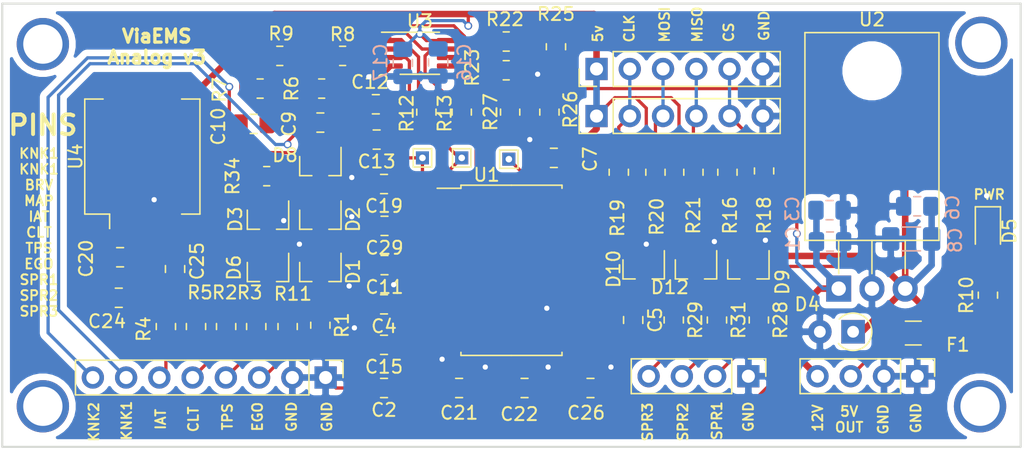
<source format=kicad_pcb>
(kicad_pcb (version 20171130) (host pcbnew 5.1.9+dfsg1-1+deb11u1)
  (layers (0 F.Cu signal) (31 B.Cu signal) (34 B.Paste user) (35 F.Paste user) (36 B.SilkS user hide) (37 F.SilkS user) (38 B.Mask user) (39 F.Mask user) (44 Edge.Cuts user))
  (net 0 "")
  (net 1 12v_analog)
  (net 2 GND)
  (net 3 CLT-in)
  (net 4 TPS-in)
  (net 5 CLT-adc)
  (net 6 TPS-adc)
  (net 7 5v_analog)
  (net 8 IAT-in)
  (net 9 EGO-in)
  (net 10 IAT-adc)
  (net 11 EGO-adc)
  (net 12 BRV-adc)
  (net 13 ADC_CLK)
  (net 14 ADC_MOSI)
  (net 15 ADC_MISO)
  (net 16 ADC_CS)
  (net 17 KNK1)
  (net 18 "Net-(C9-Pad1)")
  (net 19 KNK2)
  (net 20 "Net-(C10-Pad1)")
  (net 21 KNK1-adc)
  (net 22 KNK2-adc)
  (net 23 SPR1-adc)
  (net 24 SPR3-adc)
  (net 25 "Net-(C25-Pad1)")
  (net 26 SPR2-adc)
  (net 27 MAP-adc)
  (net 28 5v_out)
  (net 29 SPR3-in)
  (net 30 SPR2-in)
  (net 31 SPR1-in)
  (net 32 "Net-(R6-Pad1)")
  (net 33 "Net-(R7-Pad1)")
  (net 34 "Net-(R12-Pad2)")
  (net 35 "Net-(R13-Pad2)")
  (net 36 2v5_knock)
  (net 37 "Net-(R25-Pad2)")
  (net 38 "Net-(TP1-Pad1)")
  (net 39 "Net-(D5-Pad2)")
  (net 40 "Net-(P1-Pad4)")
  (module Resistor_SMD:R_0805_2012Metric_Pad1.20x1.40mm_HandSolder (layer F.Cu) (at 89.2 149.4 270)
    (fp_text reference R16 (at 3.3 -0.2 90) (layer F.SilkS))
    (fp_text value 100)
    (pad 2 smd roundrect (at 1 0 270) (size 1.2 1.4) (layers F.Cu F.Paste F.Mask) (roundrect_rratio 0.2083325) (net 15 ADC_MISO))
    (pad 1 smd roundrect (at -1 0 270) (size 1.2 1.4) (layers F.Cu F.Paste F.Mask) (roundrect_rratio 0.2083325) (net 40 "Net-(P1-Pad4)"))
  )
  (module MountingHole:MountingHole_3mm_Pad (layer F.Cu) (at 36.9 167.3)
    (fp_text reference H4 hide)
    (fp_text value MountingHole_Pad)
    (pad 1 thru_hole circle (at 0 0) (size 4 4) (drill 3) (layers *.Cu *.Mask))
  )
  (module MountingHole:MountingHole_3mm_Pad (layer F.Cu) (at 36.9 139.6)
    (fp_text reference H3 hide)
    (fp_text value MountingHole_Pad)
    (pad 1 thru_hole circle (at 0 0) (size 4 4) (drill 3) (layers *.Cu *.Mask))
  )
  (module MountingHole:MountingHole_3mm_Pad (layer F.Cu) (at 108.5 167.3)
    (fp_text reference H2 hide)
    (fp_text value MountingHole_Pad)
    (pad 1 thru_hole circle (at 0 0) (size 4 4) (drill 3) (layers *.Cu *.Mask))
  )
  (module MountingHole:MountingHole_3mm_Pad (layer F.Cu) (at 108.6 139.5)
    (fp_text reference H1 hide)
    (fp_text value MountingHole_Pad)
    (pad 1 thru_hole circle (at 0 0) (size 4 4) (drill 3) (layers *.Cu *.Mask))
  )
  (module Resistor_SMD:R_0805_2012Metric_Pad1.20x1.40mm_HandSolder (layer F.Cu) (at 109.1 158.8 90)
    (fp_text reference R10 (at 0 -1.65 90) (layer F.SilkS))
    (fp_text value 2.4k)
    (pad 2 smd roundrect (at 1 0 90) (size 1.2 1.4) (layers F.Cu F.Paste F.Mask) (roundrect_rratio 0.208333) (net 39 "Net-(D5-Pad2)"))
    (pad 1 smd roundrect (at -1 0 90) (size 1.2 1.4) (layers F.Cu F.Paste F.Mask) (roundrect_rratio 0.208333) (net 7 5v_analog))
  )
  (module LED_SMD:LED_0805_2012Metric_Pad1.15x1.40mm_HandSolder (layer F.Cu) (at 109.1 153.9 270)
    (fp_text reference D5 (at 0 -1.65 90) (layer F.SilkS))
    (fp_text value LED)
    (pad 2 smd roundrect (at 1.025 0 270) (size 1.15 1.4) (layers F.Cu F.Paste F.Mask) (roundrect_rratio 0.217391) (net 39 "Net-(D5-Pad2)"))
    (pad 1 smd roundrect (at -1.025 0 270) (size 1.15 1.4) (layers F.Cu F.Paste F.Mask) (roundrect_rratio 0.217391) (net 2 GND))
  )
  (module Capacitor_SMD:C_0805_2012Metric_Pad1.18x1.45mm_HandSolder (layer F.Cu) (at 82 160.7 270)
    (fp_text reference C5 (at 0 -1.68 90) (layer F.SilkS))
    (fp_text value "0.1 uF")
    (pad 2 smd roundrect (at 1.0375 0 270) (size 1.175 1.45) (layers F.Cu F.Paste F.Mask) (roundrect_rratio 0.212766) (net 2 GND))
    (pad 1 smd roundrect (at -1.0375 0 270) (size 1.175 1.45) (layers F.Cu F.Paste F.Mask) (roundrect_rratio 0.212766) (net 7 5v_analog))
  )
  (module Resistor_SMD:R_0805_2012Metric_Pad1.20x1.40mm_HandSolder (layer F.Cu) (at 55 140.5 180)
    (fp_text reference R9 (at -0.1 1.7) (layer F.SilkS))
    (fp_text value 330)
    (pad 2 smd roundrect (at 1 0 180) (size 1.2 1.4) (layers F.Cu F.Paste F.Mask) (roundrect_rratio 0.2083325) (net 33 "Net-(R7-Pad1)"))
    (pad 1 smd roundrect (at -1 0 180) (size 1.2 1.4) (layers F.Cu F.Paste F.Mask) (roundrect_rratio 0.2083325) (net 35 "Net-(R13-Pad2)"))
  )
  (module Resistor_SMD:R_0805_2012Metric_Pad1.20x1.40mm_HandSolder (layer F.Cu) (at 66.2 144.8 90)
    (fp_text reference R12 (at -0.1 -1.5 90) (layer F.SilkS))
    (fp_text value 120)
    (pad 1 smd roundrect (at -1 0 90) (size 1.2 1.4) (layers F.Cu F.Paste F.Mask) (roundrect_rratio 0.2083325) (net 21 KNK1-adc))
    (pad 2 smd roundrect (at 1 0 90) (size 1.2 1.4) (layers F.Cu F.Paste F.Mask) (roundrect_rratio 0.2083325) (net 34 "Net-(R12-Pad2)"))
  )
  (module Resistor_SMD:R_0805_2012Metric_Pad1.20x1.40mm_HandSolder (layer F.Cu) (at 72.3 141.6)
    (fp_text reference R23 (at -2.6 -0.2 90) (layer F.SilkS))
    (fp_text value 1000)
    (pad 2 smd roundrect (at 1 0) (size 1.2 1.4) (layers F.Cu F.Paste F.Mask) (roundrect_rratio 0.2083325) (net 2 GND))
    (pad 1 smd roundrect (at -1 0) (size 1.2 1.4) (layers F.Cu F.Paste F.Mask) (roundrect_rratio 0.2083325) (net 36 2v5_knock))
  )
  (module Resistor_SMD:R_0805_2012Metric_Pad1.20x1.40mm_HandSolder (layer F.Cu) (at 53.5 143 180)
    (fp_text reference R7 (at 3.1 -0.1 90) (layer F.SilkS))
    (fp_text value 1000)
    (pad 2 smd roundrect (at 1 0 180) (size 1.2 1.4) (layers F.Cu F.Paste F.Mask) (roundrect_rratio 0.2083325) (net 20 "Net-(C10-Pad1)"))
    (pad 1 smd roundrect (at -1 0 180) (size 1.2 1.4) (layers F.Cu F.Paste F.Mask) (roundrect_rratio 0.2083325) (net 33 "Net-(R7-Pad1)"))
  )
  (module Resistor_SMD:R_0805_2012Metric_Pad1.20x1.40mm_HandSolder (layer F.Cu) (at 58.2 143 180)
    (fp_text reference R6 (at 2.3 0 270) (layer F.SilkS))
    (fp_text value 1000)
    (pad 1 smd roundrect (at -1 0 180) (size 1.2 1.4) (layers F.Cu F.Paste F.Mask) (roundrect_rratio 0.2083325) (net 32 "Net-(R6-Pad1)"))
    (pad 2 smd roundrect (at 1 0 180) (size 1.2 1.4) (layers F.Cu F.Paste F.Mask) (roundrect_rratio 0.2083325) (net 18 "Net-(C9-Pad1)"))
  )
  (module Resistor_SMD:R_0805_2012Metric_Pad1.20x1.40mm_HandSolder (layer F.Cu) (at 72.3 139.4 180)
    (fp_text reference R22 (at 0.1 1.7) (layer F.SilkS))
    (fp_text value 1000)
    (pad 2 smd roundrect (at 1 0 180) (size 1.2 1.4) (layers F.Cu F.Paste F.Mask) (roundrect_rratio 0.2083325) (net 36 2v5_knock))
    (pad 1 smd roundrect (at -1 0 180) (size 1.2 1.4) (layers F.Cu F.Paste F.Mask) (roundrect_rratio 0.2083325) (net 7 5v_analog))
  )
  (module Capacitor_SMD:C_0805_2012Metric_Pad1.18x1.45mm_HandSolder (layer B.Cu) (at 64.4 141.0375 270)
    (fp_text reference C17 (at -0.0375 1.7 270) (layer B.SilkS) (effects (justify mirror)))
    (fp_text value "0.1 uF")
    (pad 2 smd roundrect (at 1.0375 0 270) (size 1.175 1.45) (layers B.Cu B.Paste B.Mask) (roundrect_rratio 0.2127659574468085) (net 2 GND))
    (pad 1 smd roundrect (at -1.0375 0 270) (size 1.175 1.45) (layers B.Cu B.Paste B.Mask) (roundrect_rratio 0.2127659574468085) (net 7 5v_analog))
  )
  (module Capacitor_SMD:C_0805_2012Metric_Pad1.18x1.45mm_HandSolder (layer B.Cu) (at 67.1 141 270)
    (fp_text reference C16 (at 0 -2 270) (layer B.SilkS) (effects (justify mirror)))
    (fp_text value "1 uF")
    (pad 2 smd roundrect (at 1.0375 0 270) (size 1.175 1.45) (layers B.Cu B.Paste B.Mask) (roundrect_rratio 0.2127659574468085) (net 2 GND))
    (pad 1 smd roundrect (at -1.0375 0 270) (size 1.175 1.45) (layers B.Cu B.Paste B.Mask) (roundrect_rratio 0.2127659574468085) (net 7 5v_analog))
  )
  (module Resistor_SMD:R_0805_2012Metric_Pad1.20x1.40mm_HandSolder (layer F.Cu) (at 59.8 140.5)
    (fp_text reference R8 (at 0 -1.65) (layer F.SilkS))
    (fp_text value 330)
    (pad 1 smd roundrect (at -1 0) (size 1.2 1.4) (layers F.Cu F.Paste F.Mask) (roundrect_rratio 0.2083325) (net 34 "Net-(R12-Pad2)"))
    (pad 2 smd roundrect (at 1 0) (size 1.2 1.4) (layers F.Cu F.Paste F.Mask) (roundrect_rratio 0.2083325) (net 32 "Net-(R6-Pad1)"))
  )
  (module Resistor_SMD:R_0805_2012Metric_Pad1.20x1.40mm_HandSolder (layer F.Cu) (at 68.9 144.8 90)
    (fp_text reference R13 (at -0.1 -1.3 270) (layer F.SilkS))
    (fp_text value 120)
    (pad 2 smd roundrect (at 1 0 90) (size 1.2 1.4) (layers F.Cu F.Paste F.Mask) (roundrect_rratio 0.2083325) (net 35 "Net-(R13-Pad2)"))
    (pad 1 smd roundrect (at -1 0 90) (size 1.2 1.4) (layers F.Cu F.Paste F.Mask) (roundrect_rratio 0.2083325) (net 22 KNK2-adc))
  )
  (module Package_SO:MSOP-8_3x3mm_P0.65mm (layer F.Cu) (at 65.7 140.3)
    (fp_text reference U3 (at 0 -2.45) (layer F.SilkS))
    (fp_text value MCP6002-xSN)
    (pad 8 smd roundrect (at 2.1125 -0.975) (size 1.625 0.4) (layers F.Cu F.Paste F.Mask) (net 7 5v_analog))
    (pad 7 smd roundrect (at 2.1125 -0.325) (size 1.625 0.4) (layers F.Cu F.Paste F.Mask) (net 35 "Net-(R13-Pad2)"))
    (pad 6 smd roundrect (at 2.1125 0.325) (size 1.625 0.4) (layers F.Cu F.Paste F.Mask) (net 33 "Net-(R7-Pad1)"))
    (pad 5 smd roundrect (at 2.1125 0.975) (size 1.625 0.4) (layers F.Cu F.Paste F.Mask) (net 36 2v5_knock))
    (pad 4 smd roundrect (at -2.1125 0.975) (size 1.625 0.4) (layers F.Cu F.Paste F.Mask) (net 2 GND))
    (pad 3 smd roundrect (at -2.1125 0.325) (size 1.625 0.4) (layers F.Cu F.Paste F.Mask) (net 36 2v5_knock))
    (pad 2 smd roundrect (at -2.1125 -0.325) (size 1.625 0.4) (layers F.Cu F.Paste F.Mask) (net 32 "Net-(R6-Pad1)"))
    (pad 1 smd roundrect (at -2.1125 -0.975) (size 1.625 0.4) (layers F.Cu F.Paste F.Mask) (net 34 "Net-(R12-Pad2)"))
  )
  (module Capacitor_SMD:C_0805_2012Metric_Pad1.18x1.45mm_HandSolder (layer F.Cu) (at 62.4 146.9 180)
    (fp_text reference C13 (at 0 -1.68) (layer F.SilkS))
    (fp_text value "0.1 uF")
    (pad 2 smd roundrect (at 1.0375 0 180) (size 1.175 1.45) (layers F.Cu F.Paste F.Mask) (roundrect_rratio 0.2127659574468085) (net 2 GND))
    (pad 1 smd roundrect (at -1.0375 0 180) (size 1.175 1.45) (layers F.Cu F.Paste F.Mask) (roundrect_rratio 0.2127659574468085) (net 22 KNK2-adc))
  )
  (module Capacitor_SMD:C_0805_2012Metric_Pad1.18x1.45mm_HandSolder (layer F.Cu) (at 62.3375 144.2 180)
    (fp_text reference C12 (at 0.4375 1.7) (layer F.SilkS))
    (fp_text value "0.1 uF")
    (pad 1 smd roundrect (at -1.0375 0 180) (size 1.175 1.45) (layers F.Cu F.Paste F.Mask) (roundrect_rratio 0.2127659574468085) (net 21 KNK1-adc))
    (pad 2 smd roundrect (at 1.0375 0 180) (size 1.175 1.45) (layers F.Cu F.Paste F.Mask) (roundrect_rratio 0.2127659574468085) (net 2 GND))
  )
  (module Capacitor_SMD:C_0805_2012Metric_Pad1.18x1.45mm_HandSolder (layer F.Cu) (at 53 145.7 180)
    (fp_text reference C10 (at 2.7 -0.2 270) (layer F.SilkS))
    (fp_text value "0.1 uF")
    (pad 2 smd roundrect (at 1.0375 0 180) (size 1.175 1.45) (layers F.Cu F.Paste F.Mask) (roundrect_rratio 0.2127659574468085) (net 19 KNK2))
    (pad 1 smd roundrect (at -1.0375 0 180) (size 1.175 1.45) (layers F.Cu F.Paste F.Mask) (roundrect_rratio 0.2127659574468085) (net 20 "Net-(C10-Pad1)"))
  )
  (module Capacitor_SMD:C_0805_2012Metric_Pad1.18x1.45mm_HandSolder (layer F.Cu) (at 58.1 145.6 180)
    (fp_text reference C9 (at 2.4 -0.1 270) (layer F.SilkS))
    (fp_text value "0.1 uF")
    (pad 2 smd roundrect (at 1.0375 0 180) (size 1.175 1.45) (layers F.Cu F.Paste F.Mask) (roundrect_rratio 0.2127659574468085) (net 17 KNK1))
    (pad 1 smd roundrect (at -1.0375 0 180) (size 1.175 1.45) (layers F.Cu F.Paste F.Mask) (roundrect_rratio 0.2127659574468085) (net 18 "Net-(C9-Pad1)"))
  )
  (module Package_SO:SOIC-20W_7.5x12.8mm_P1.27mm (layer F.Cu) (at 72.7 156.9)
    (fp_text reference U1 (at -1.9 -7.3) (layer F.SilkS))
    (fp_text value TLC2543)
    (pad 20 smd roundrect (at 4.65 -5.715) (size 2.05 0.6) (layers F.Cu F.Paste F.Mask) (net 7 5v_analog))
    (pad 19 smd roundrect (at 4.65 -4.445) (size 2.05 0.6) (layers F.Cu F.Paste F.Mask) (net 38 "Net-(TP1-Pad1)"))
    (pad 18 smd roundrect (at 4.65 -3.175) (size 2.05 0.6) (layers F.Cu F.Paste F.Mask) (net 13 ADC_CLK))
    (pad 17 smd roundrect (at 4.65 -1.905) (size 2.05 0.6) (layers F.Cu F.Paste F.Mask) (net 14 ADC_MOSI))
    (pad 16 smd roundrect (at 4.65 -0.635) (size 2.05 0.6) (layers F.Cu F.Paste F.Mask) (net 15 ADC_MISO))
    (pad 15 smd roundrect (at 4.65 0.635) (size 2.05 0.6) (layers F.Cu F.Paste F.Mask) (net 16 ADC_CS))
    (pad 14 smd roundrect (at 4.65 1.905) (size 2.05 0.6) (layers F.Cu F.Paste F.Mask) (net 7 5v_analog))
    (pad 13 smd roundrect (at 4.65 3.175) (size 2.05 0.6) (layers F.Cu F.Paste F.Mask) (net 2 GND))
    (pad 12 smd roundrect (at 4.65 4.445) (size 2.05 0.6) (layers F.Cu F.Paste F.Mask) (net 24 SPR3-adc))
    (pad 11 smd roundrect (at 4.65 5.715) (size 2.05 0.6) (layers F.Cu F.Paste F.Mask) (net 26 SPR2-adc))
    (pad 10 smd roundrect (at -4.65 5.715) (size 2.05 0.6) (layers F.Cu F.Paste F.Mask) (net 2 GND))
    (pad 9 smd roundrect (at -4.65 4.445) (size 2.05 0.6) (layers F.Cu F.Paste F.Mask) (net 23 SPR1-adc))
    (pad 8 smd roundrect (at -4.65 3.175) (size 2.05 0.6) (layers F.Cu F.Paste F.Mask) (net 11 EGO-adc))
    (pad 7 smd roundrect (at -4.65 1.905) (size 2.05 0.6) (layers F.Cu F.Paste F.Mask) (net 6 TPS-adc))
    (pad 6 smd roundrect (at -4.65 0.635) (size 2.05 0.6) (layers F.Cu F.Paste F.Mask) (net 5 CLT-adc))
    (pad 5 smd roundrect (at -4.65 -0.635) (size 2.05 0.6) (layers F.Cu F.Paste F.Mask) (net 10 IAT-adc))
    (pad 4 smd roundrect (at -4.65 -1.905) (size 2.05 0.6) (layers F.Cu F.Paste F.Mask) (net 27 MAP-adc))
    (pad 3 smd roundrect (at -4.65 -3.175) (size 2.05 0.6) (layers F.Cu F.Paste F.Mask) (net 12 BRV-adc))
    (pad 2 smd roundrect (at -4.65 -4.445) (size 2.05 0.6) (layers F.Cu F.Paste F.Mask) (net 22 KNK2-adc))
    (pad 1 smd roundrect (at -4.65 -5.715) (size 2.05 0.6) (layers F.Cu F.Paste F.Mask) (net 21 KNK1-adc))
  )
  (module Resistor_SMD:R_0805_2012Metric_Pad1.20x1.40mm_HandSolder (layer F.Cu) (at 88.4 160.7 270)
    (fp_text reference R31 (at 0 -1.65 270) (layer F.SilkS))
    (fp_text value 220)
    (pad 2 smd roundrect (at 1 0 270) (size 1.2 1.4) (layers F.Cu F.Paste F.Mask) (roundrect_rratio 0.2083325) (net 30 SPR2-in))
    (pad 1 smd roundrect (at -1 0 270) (size 1.2 1.4) (layers F.Cu F.Paste F.Mask) (roundrect_rratio 0.2083325) (net 26 SPR2-adc))
  )
  (module TestPoint:TestPoint_THTPad_1.0x1.0mm_Drill0.5mm (layer F.Cu) (at 65.9 148.3)
    (fp_text reference TP3 hide)
    (fp_text value KNK2)
    (pad 1 thru_hole rect (at 0 0) (size 1 1) (drill 0.5) (layers *.Cu *.Mask) (net 22 KNK2-adc))
  )
  (module TestPoint:TestPoint_THTPad_1.0x1.0mm_Drill0.5mm (layer F.Cu) (at 68.9 148.3)
    (fp_text reference TP2 hide)
    (fp_text value KNK1)
    (pad 1 thru_hole rect (at 0 0) (size 1 1) (drill 0.5) (layers *.Cu *.Mask) (net 21 KNK1-adc))
  )
  (module TestPoint:TestPoint_THTPad_1.0x1.0mm_Drill0.5mm (layer F.Cu) (at 72.5 148.4)
    (fp_text reference TP1 hide)
    (fp_text value EOC)
    (pad 1 thru_hole rect (at 0 0) (size 1 1) (drill 0.5) (layers *.Cu *.Mask) (net 38 "Net-(TP1-Pad1)"))
  )
  (module Connector_PinHeader_2.54mm:PinHeader_1x06_P2.54mm_Vertical (layer F.Cu) (at 79.2 141.5 90)
    (fp_text reference P2 hide)
    (fp_text value DEBUG)
    (pad 6 thru_hole oval (at 0 12.7 90) (size 1.7 1.7) (drill 1) (layers *.Cu *.Mask) (net 2 GND))
    (pad 5 thru_hole oval (at 0 10.16 90) (size 1.7 1.7) (drill 1) (layers *.Cu *.Mask) (net 16 ADC_CS))
    (pad 4 thru_hole oval (at 0 7.62 90) (size 1.7 1.7) (drill 1) (layers *.Cu *.Mask) (net 40 "Net-(P1-Pad4)"))
    (pad 3 thru_hole oval (at 0 5.08 90) (size 1.7 1.7) (drill 1) (layers *.Cu *.Mask) (net 14 ADC_MOSI))
    (pad 2 thru_hole oval (at 0 2.54 90) (size 1.7 1.7) (drill 1) (layers *.Cu *.Mask) (net 13 ADC_CLK))
    (pad 1 thru_hole rect (at 0 0 90) (size 1.7 1.7) (drill 1) (layers *.Cu *.Mask) (net 7 5v_analog))
  )
  (module Connector_PinHeader_2.54mm:PinHeader_1x06_P2.54mm_Vertical (layer F.Cu) (at 79.2 145.1 90)
    (fp_text reference P1 hide)
    (fp_text value SPI)
    (pad 6 thru_hole oval (at 0 12.7 90) (size 1.7 1.7) (drill 1) (layers *.Cu *.Mask) (net 2 GND))
    (pad 5 thru_hole oval (at 0 10.16 90) (size 1.7 1.7) (drill 1) (layers *.Cu *.Mask) (net 16 ADC_CS))
    (pad 4 thru_hole oval (at 0 7.62 90) (size 1.7 1.7) (drill 1) (layers *.Cu *.Mask) (net 40 "Net-(P1-Pad4)"))
    (pad 3 thru_hole oval (at 0 5.08 90) (size 1.7 1.7) (drill 1) (layers *.Cu *.Mask) (net 14 ADC_MOSI))
    (pad 2 thru_hole oval (at 0 2.54 90) (size 1.7 1.7) (drill 1) (layers *.Cu *.Mask) (net 13 ADC_CLK))
    (pad 1 thru_hole rect (at 0 0 90) (size 1.7 1.7) (drill 1) (layers *.Cu *.Mask) (net 7 5v_analog))
  )
  (module Connector_PinHeader_2.54mm:PinHeader_1x04_P2.54mm_Vertical (layer F.Cu) (at 103.7 165 270)
    (fp_text reference J5 hide)
    (fp_text value POWER)
    (pad 4 thru_hole oval (at 0 7.62 270) (size 1.7 1.7) (drill 1) (layers *.Cu *.Mask) (net 1 12v_analog))
    (pad 3 thru_hole oval (at 0 5.08 270) (size 1.7 1.7) (drill 1) (layers *.Cu *.Mask) (net 28 5v_out))
    (pad 2 thru_hole oval (at 0 2.54 270) (size 1.7 1.7) (drill 1) (layers *.Cu *.Mask) (net 2 GND))
    (pad 1 thru_hole rect (at 0 0 270) (size 1.7 1.7) (drill 1) (layers *.Cu *.Mask) (net 2 GND))
  )
  (module Connector_PinHeader_2.54mm:PinHeader_1x08_P2.54mm_Vertical (layer F.Cu) (at 58.5 165.1 270)
    (fp_text reference J2 hide)
    (fp_text value Inputs)
    (pad 8 thru_hole oval (at 0 17.78 270) (size 1.7 1.7) (drill 1) (layers *.Cu *.Mask) (net 19 KNK2))
    (pad 7 thru_hole oval (at 0 15.24 270) (size 1.7 1.7) (drill 1) (layers *.Cu *.Mask) (net 17 KNK1))
    (pad 6 thru_hole oval (at 0 12.7 270) (size 1.7 1.7) (drill 1) (layers *.Cu *.Mask) (net 8 IAT-in))
    (pad 5 thru_hole oval (at 0 10.16 270) (size 1.7 1.7) (drill 1) (layers *.Cu *.Mask) (net 3 CLT-in))
    (pad 4 thru_hole oval (at 0 7.62 270) (size 1.7 1.7) (drill 1) (layers *.Cu *.Mask) (net 4 TPS-in))
    (pad 3 thru_hole oval (at 0 5.08 270) (size 1.7 1.7) (drill 1) (layers *.Cu *.Mask) (net 9 EGO-in))
    (pad 2 thru_hole oval (at 0 2.54 270) (size 1.7 1.7) (drill 1) (layers *.Cu *.Mask) (net 2 GND))
    (pad 1 thru_hole rect (at 0 0 270) (size 1.7 1.7) (drill 1) (layers *.Cu *.Mask) (net 2 GND))
  )
  (module Connector_PinHeader_2.54mm:PinHeader_1x04_P2.54mm_Vertical (layer F.Cu) (at 90.8 165 270)
    (fp_text reference J1 hide)
    (fp_text value SPARE)
    (pad 4 thru_hole oval (at 0 7.62 270) (size 1.7 1.7) (drill 1) (layers *.Cu *.Mask) (net 29 SPR3-in))
    (pad 3 thru_hole oval (at 0 5.08 270) (size 1.7 1.7) (drill 1) (layers *.Cu *.Mask) (net 30 SPR2-in))
    (pad 2 thru_hole oval (at 0 2.54 270) (size 1.7 1.7) (drill 1) (layers *.Cu *.Mask) (net 31 SPR1-in))
    (pad 1 thru_hole rect (at 0 0 270) (size 1.7 1.7) (drill 1) (layers *.Cu *.Mask) (net 2 GND))
  )
  (module Capacitor_SMD:C_1206_3216Metric_Pad1.33x1.80mm_HandSolder (layer B.Cu) (at 103.2375 154.5 180)
    (fp_text reference C8 (at -3.3625 -0.1 90) (layer B.SilkS) (effects (justify mirror)))
    (fp_text value "47 uF")
    (pad 1 smd roundrect (at -1.5625 0 180) (size 1.325 1.8) (layers B.Cu B.Paste B.Mask) (roundrect_rratio 0.1886784905660377) (net 7 5v_analog))
    (pad 2 smd roundrect (at 1.5625 0 180) (size 1.325 1.8) (layers B.Cu B.Paste B.Mask) (roundrect_rratio 0.1886784905660377) (net 2 GND))
  )
  (module Resistor_SMD:R_0805_2012Metric_Pad1.20x1.40mm_HandSolder (layer F.Cu) (at 86.6 149.4 90)
    (fp_text reference R21 (at -3.3 0 270) (layer F.SilkS))
    (fp_text value 10k)
    (pad 2 smd roundrect (at 1 0 90) (size 1.2 1.4) (layers F.Cu F.Paste F.Mask) (roundrect_rratio 0.2083325) (net 40 "Net-(P1-Pad4)"))
    (pad 1 smd roundrect (at -1 0 90) (size 1.2 1.4) (layers F.Cu F.Paste F.Mask) (roundrect_rratio 0.2083325) (net 7 5v_analog))
  )
  (module Resistor_SMD:R_0805_2012Metric_Pad1.20x1.40mm_HandSolder (layer F.Cu) (at 83.7 149.4 90)
    (fp_text reference R20 (at -3.4 0.1 90) (layer F.SilkS))
    (fp_text value 10k)
    (pad 2 smd roundrect (at 1 0 90) (size 1.2 1.4) (layers F.Cu F.Paste F.Mask) (roundrect_rratio 0.2083325) (net 14 ADC_MOSI))
    (pad 1 smd roundrect (at -1 0 90) (size 1.2 1.4) (layers F.Cu F.Paste F.Mask) (roundrect_rratio 0.2083325) (net 7 5v_analog))
  )
  (module Resistor_SMD:R_0805_2012Metric_Pad1.20x1.40mm_HandSolder (layer F.Cu) (at 92 149.3 90)
    (fp_text reference R18 (at -3.4 0 270) (layer F.SilkS))
    (fp_text value 10k)
    (pad 2 smd roundrect (at 1 0 90) (size 1.2 1.4) (layers F.Cu F.Paste F.Mask) (roundrect_rratio 0.2083325) (net 16 ADC_CS))
    (pad 1 smd roundrect (at -1 0 90) (size 1.2 1.4) (layers F.Cu F.Paste F.Mask) (roundrect_rratio 0.2083325) (net 7 5v_analog))
  )
  (module Resistor_SMD:R_0805_2012Metric_Pad1.20x1.40mm_HandSolder (layer F.Cu) (at 80.9 149.4 90)
    (fp_text reference R19 (at -3.5 -0.1 90) (layer F.SilkS))
    (fp_text value 10k)
    (pad 2 smd roundrect (at 1 0 90) (size 1.2 1.4) (layers F.Cu F.Paste F.Mask) (roundrect_rratio 0.2083325) (net 13 ADC_CLK))
    (pad 1 smd roundrect (at -1 0 90) (size 1.2 1.4) (layers F.Cu F.Paste F.Mask) (roundrect_rratio 0.2083325) (net 7 5v_analog))
  )
  (module Diode_THT:D_A-405_P2.54mm_Vertical_AnodeUp (layer F.Cu) (at 98.8 161.6 180)
    (fp_text reference D4 (at 3.5 2.1) (layer F.SilkS))
    (fp_text value "5.4 V")
    (pad 2 thru_hole oval (at 2.54 0 180) (size 1.8 1.8) (drill 0.9) (layers *.Cu *.Mask) (net 2 GND))
    (pad 1 thru_hole rect (at 0 0 180) (size 1.8 1.8) (drill 0.9) (layers *.Cu *.Mask) (net 7 5v_analog))
  )
  (module Fuse:Fuse_1206_3216Metric_Pad1.42x1.75mm_HandSolder (layer F.Cu) (at 103.4 161.7)
    (fp_text reference F1 (at 3.4 0.9) (layer F.SilkS))
    (fp_text value "500 mA")
    (pad 2 smd roundrect (at 1.4875 0) (size 1.425 1.75) (layers F.Cu F.Paste F.Mask) (roundrect_rratio 0.1754385964912281) (net 7 5v_analog))
    (pad 1 smd roundrect (at -1.4875 0) (size 1.425 1.75) (layers F.Cu F.Paste F.Mask) (roundrect_rratio 0.1754385964912281) (net 28 5v_out))
  )
  (module Package_TO_SOT_SMD:SOT-23 (layer F.Cu) (at 82.8 156.8 270)
    (fp_text reference D10 (at 0 2.3 270) (layer F.SilkS))
    (fp_text value BAT54S)
    (pad 3 smd rect (at 1 0 270) (size 0.9 0.8) (layers F.Cu F.Paste F.Mask) (net 24 SPR3-adc))
    (pad 2 smd rect (at -1 0.95 270) (size 0.9 0.8) (layers F.Cu F.Paste F.Mask) (net 7 5v_analog))
    (pad 1 smd rect (at -1 -0.95 270) (size 0.9 0.8) (layers F.Cu F.Paste F.Mask) (net 2 GND))
  )
  (module Package_TO_SOT_SMD:SOT-23 (layer F.Cu) (at 58.1 157 270)
    (fp_text reference D1 (at 0 -2.5 90) (layer F.SilkS))
    (fp_text value BAT54S)
    (pad 3 smd rect (at 1 0 270) (size 0.9 0.8) (layers F.Cu F.Paste F.Mask) (net 11 EGO-adc))
    (pad 2 smd rect (at -1 0.95 270) (size 0.9 0.8) (layers F.Cu F.Paste F.Mask) (net 7 5v_analog))
    (pad 1 smd rect (at -1 -0.95 270) (size 0.9 0.8) (layers F.Cu F.Paste F.Mask) (net 2 GND))
  )
  (module Package_TO_SOT_SMD:SOT-23 (layer F.Cu) (at 86.8 156.8 270)
    (fp_text reference D12 (at 1.4 2 180) (layer F.SilkS))
    (fp_text value BAT54S)
    (pad 3 smd rect (at 1 0 270) (size 0.9 0.8) (layers F.Cu F.Paste F.Mask) (net 26 SPR2-adc))
    (pad 2 smd rect (at -1 0.95 270) (size 0.9 0.8) (layers F.Cu F.Paste F.Mask) (net 7 5v_analog))
    (pad 1 smd rect (at -1 -0.95 270) (size 0.9 0.8) (layers F.Cu F.Paste F.Mask) (net 2 GND))
  )
  (module Sensor_Pressure:Freescale_98ARH99089A (layer F.Cu) (at 44.5 148.2 90)
    (fp_text reference U4 (at 0 -5.1 90) (layer F.SilkS))
    (fp_text value MPXA6400A)
    (pad 7 smd rect (at 4.9149 -0.635 90) (size 1.35 0.7) (layers F.Cu F.Paste F.Mask))
    (pad 6 smd rect (at 4.9149 0.635 90) (size 1.35 0.7) (layers F.Cu F.Paste F.Mask))
    (pad 5 smd rect (at 4.9149 1.905 90) (size 1.35 0.7) (layers F.Cu F.Paste F.Mask))
    (pad 8 smd rect (at 4.9149 -1.905 90) (size 1.35 0.7) (layers F.Cu F.Paste F.Mask))
    (pad 1 smd rect (at -4.9149 -1.905 90) (size 1.35 0.7) (layers F.Cu F.Paste F.Mask))
    (pad 2 smd rect (at -4.9149 -0.635 90) (size 1.35 0.7) (layers F.Cu F.Paste F.Mask) (net 7 5v_analog))
    (pad 3 smd rect (at -4.9149 0.635 90) (size 1.35 0.7) (layers F.Cu F.Paste F.Mask) (net 2 GND))
    (pad 4 smd rect (at -4.9149 1.905 90) (size 1.35 0.7) (layers F.Cu F.Paste F.Mask) (net 25 "Net-(C25-Pad1)"))
  )
  (module Package_TO_SOT_THT:TO-220-3_Horizontal_TabDown (layer F.Cu) (at 97.7 158.3)
    (fp_text reference U2 (at 2.54 -20.58) (layer F.SilkS))
    (fp_text value LM2940)
    (pad 3 thru_hole oval (at 5.08 0) (size 1.905 2) (drill 1.1) (layers *.Cu *.Mask) (net 7 5v_analog))
    (pad 2 thru_hole oval (at 2.54 0) (size 1.905 2) (drill 1.1) (layers *.Cu *.Mask) (net 2 GND))
    (pad 1 thru_hole rect (at 0 0) (size 1.905 2) (drill 1.1) (layers *.Cu *.Mask) (net 1 12v_analog))
    (pad "" np_thru_hole oval (at 2.54 -16.66) (size 3.5 3.5) (drill 3.5) (layers *.Cu *.Mask))
  )
  (module Resistor_SMD:R_0805_2012Metric_Pad1.20x1.40mm_HandSolder (layer F.Cu) (at 54 149.7 180)
    (fp_text reference R34 (at 2.6 0 90) (layer F.SilkS))
    (fp_text value 220)
    (pad 2 smd roundrect (at 1 0 180) (size 1.2 1.4) (layers F.Cu F.Paste F.Mask) (roundrect_rratio 0.2083325) (net 25 "Net-(C25-Pad1)"))
    (pad 1 smd roundrect (at -1 0 180) (size 1.2 1.4) (layers F.Cu F.Paste F.Mask) (roundrect_rratio 0.2083325) (net 27 MAP-adc))
  )
  (module Resistor_SMD:R_0805_2012Metric_Pad1.20x1.40mm_HandSolder (layer F.Cu) (at 85.1 160.7 270)
    (fp_text reference R29 (at 0 -1.65 90) (layer F.SilkS))
    (fp_text value 220)
    (pad 2 smd roundrect (at 1 0 270) (size 1.2 1.4) (layers F.Cu F.Paste F.Mask) (roundrect_rratio 0.2083325) (net 29 SPR3-in))
    (pad 1 smd roundrect (at -1 0 270) (size 1.2 1.4) (layers F.Cu F.Paste F.Mask) (roundrect_rratio 0.2083325) (net 24 SPR3-adc))
  )
  (module Resistor_SMD:R_0805_2012Metric_Pad1.20x1.40mm_HandSolder (layer F.Cu) (at 91.6 160.7 270)
    (fp_text reference R28 (at 0 -1.65 90) (layer F.SilkS))
    (fp_text value 220)
    (pad 2 smd roundrect (at 1 0 270) (size 1.2 1.4) (layers F.Cu F.Paste F.Mask) (roundrect_rratio 0.2083325) (net 31 SPR1-in))
    (pad 1 smd roundrect (at -1 0 270) (size 1.2 1.4) (layers F.Cu F.Paste F.Mask) (roundrect_rratio 0.2083325) (net 23 SPR1-adc))
  )
  (module Resistor_SMD:R_0805_2012Metric_Pad1.20x1.40mm_HandSolder (layer F.Cu) (at 72.6 144.8 90)
    (fp_text reference R27 (at 0 -1.5 270) (layer F.SilkS))
    (fp_text value 220)
    (pad 2 smd roundrect (at 1 0 90) (size 1.2 1.4) (layers F.Cu F.Paste F.Mask) (roundrect_rratio 0.2083325) (net 37 "Net-(R25-Pad2)"))
    (pad 1 smd roundrect (at -1 0 90) (size 1.2 1.4) (layers F.Cu F.Paste F.Mask) (roundrect_rratio 0.2083325) (net 12 BRV-adc))
  )
  (module Resistor_SMD:R_0805_2012Metric_Pad1.20x1.40mm_HandSolder (layer F.Cu) (at 75.6 144.8 270)
    (fp_text reference R26 (at -0.2 -1.6 90) (layer F.SilkS))
    (fp_text value 1k)
    (pad 2 smd roundrect (at 1 0 270) (size 1.2 1.4) (layers F.Cu F.Paste F.Mask) (roundrect_rratio 0.2083325) (net 2 GND))
    (pad 1 smd roundrect (at -1 0 270) (size 1.2 1.4) (layers F.Cu F.Paste F.Mask) (roundrect_rratio 0.2083325) (net 37 "Net-(R25-Pad2)"))
  )
  (module Resistor_SMD:R_0805_2012Metric_Pad1.20x1.40mm_HandSolder (layer F.Cu) (at 76.1 139.8 270)
    (fp_text reference R25 (at -2.5 0 180) (layer F.SilkS))
    (fp_text value 3.9k)
    (pad 2 smd roundrect (at 1 0 270) (size 1.2 1.4) (layers F.Cu F.Paste F.Mask) (roundrect_rratio 0.2083325) (net 37 "Net-(R25-Pad2)"))
    (pad 1 smd roundrect (at -1 0 270) (size 1.2 1.4) (layers F.Cu F.Paste F.Mask) (roundrect_rratio 0.2083325) (net 1 12v_analog))
  )
  (module Resistor_SMD:R_0805_2012Metric_Pad1.20x1.40mm_HandSolder (layer F.Cu) (at 55.6 161.2 270)
    (fp_text reference R11 (at -2.5 -0.4 180) (layer F.SilkS))
    (fp_text value 220)
    (pad 2 smd roundrect (at 1 0 270) (size 1.2 1.4) (layers F.Cu F.Paste F.Mask) (roundrect_rratio 0.2083325) (net 4 TPS-in))
    (pad 1 smd roundrect (at -1 0 270) (size 1.2 1.4) (layers F.Cu F.Paste F.Mask) (roundrect_rratio 0.2083325) (net 6 TPS-adc))
  )
  (module Resistor_SMD:R_0805_2012Metric_Pad1.20x1.40mm_HandSolder (layer F.Cu) (at 48.6 161.2 270)
    (fp_text reference R5 (at -2.6 -0.3 180) (layer F.SilkS))
    (fp_text value 220)
    (pad 2 smd roundrect (at 1 0 270) (size 1.2 1.4) (layers F.Cu F.Paste F.Mask) (roundrect_rratio 0.2083325) (net 8 IAT-in))
    (pad 1 smd roundrect (at -1 0 270) (size 1.2 1.4) (layers F.Cu F.Paste F.Mask) (roundrect_rratio 0.2083325) (net 10 IAT-adc))
  )
  (module Resistor_SMD:R_0805_2012Metric_Pad1.20x1.40mm_HandSolder (layer F.Cu) (at 46.3 161.2 270)
    (fp_text reference R4 (at 0.2 1.7 90) (layer F.SilkS))
    (fp_text value 2.49k)
    (pad 2 smd roundrect (at 1 0 270) (size 1.2 1.4) (layers F.Cu F.Paste F.Mask) (roundrect_rratio 0.2083325) (net 8 IAT-in))
    (pad 1 smd roundrect (at -1 0 270) (size 1.2 1.4) (layers F.Cu F.Paste F.Mask) (roundrect_rratio 0.2083325) (net 7 5v_analog))
  )
  (module Resistor_SMD:R_0805_2012Metric_Pad1.20x1.40mm_HandSolder (layer F.Cu) (at 53.2 161.2 270)
    (fp_text reference R3 (at -2.6 0.5 180) (layer F.SilkS))
    (fp_text value 220)
    (pad 2 smd roundrect (at 1 0 270) (size 1.2 1.4) (layers F.Cu F.Paste F.Mask) (roundrect_rratio 0.2083325) (net 3 CLT-in))
    (pad 1 smd roundrect (at -1 0 270) (size 1.2 1.4) (layers F.Cu F.Paste F.Mask) (roundrect_rratio 0.2083325) (net 5 CLT-adc))
  )
  (module Resistor_SMD:R_0805_2012Metric_Pad1.20x1.40mm_HandSolder (layer F.Cu) (at 50.9 161.2 270)
    (fp_text reference R2 (at -2.6 0.1 180) (layer F.SilkS))
    (fp_text value 2.49k)
    (pad 2 smd roundrect (at 1 0 270) (size 1.2 1.4) (layers F.Cu F.Paste F.Mask) (roundrect_rratio 0.2083325) (net 3 CLT-in))
    (pad 1 smd roundrect (at -1 0 270) (size 1.2 1.4) (layers F.Cu F.Paste F.Mask) (roundrect_rratio 0.2083325) (net 7 5v_analog))
  )
  (module Resistor_SMD:R_0805_2012Metric_Pad1.20x1.40mm_HandSolder (layer F.Cu) (at 58.1 161.1 270)
    (fp_text reference R1 (at 0 -1.65 90) (layer F.SilkS))
    (fp_text value 220)
    (pad 2 smd roundrect (at 1 0 270) (size 1.2 1.4) (layers F.Cu F.Paste F.Mask) (roundrect_rratio 0.2083325) (net 9 EGO-in))
    (pad 1 smd roundrect (at -1 0 270) (size 1.2 1.4) (layers F.Cu F.Paste F.Mask) (roundrect_rratio 0.2083325) (net 11 EGO-adc))
  )
  (module Package_TO_SOT_SMD:SOT-23 (layer F.Cu) (at 90.8 156.8 270)
    (fp_text reference D9 (at 1 -2.6 90) (layer F.SilkS))
    (fp_text value BAT54S)
    (pad 3 smd rect (at 1 0 270) (size 0.9 0.8) (layers F.Cu F.Paste F.Mask) (net 23 SPR1-adc))
    (pad 2 smd rect (at -1 0.95 270) (size 0.9 0.8) (layers F.Cu F.Paste F.Mask) (net 7 5v_analog))
    (pad 1 smd rect (at -1 -0.95 270) (size 0.9 0.8) (layers F.Cu F.Paste F.Mask) (net 2 GND))
  )
  (module Package_TO_SOT_SMD:SOT-23 (layer F.Cu) (at 58.1 148.9 270)
    (fp_text reference D8 (at -0.8 2.7 180) (layer F.SilkS))
    (fp_text value BAT54S)
    (pad 3 smd rect (at 1 0 270) (size 0.9 0.8) (layers F.Cu F.Paste F.Mask) (net 12 BRV-adc))
    (pad 2 smd rect (at -1 0.95 270) (size 0.9 0.8) (layers F.Cu F.Paste F.Mask) (net 7 5v_analog))
    (pad 1 smd rect (at -1 -0.95 270) (size 0.9 0.8) (layers F.Cu F.Paste F.Mask) (net 2 GND))
  )
  (module Package_TO_SOT_SMD:SOT-23 (layer F.Cu) (at 54.1 157 270)
    (fp_text reference D6 (at -0.3 2.6 90) (layer F.SilkS))
    (fp_text value BAT54S)
    (pad 3 smd rect (at 1 0 270) (size 0.9 0.8) (layers F.Cu F.Paste F.Mask) (net 6 TPS-adc))
    (pad 2 smd rect (at -1 0.95 270) (size 0.9 0.8) (layers F.Cu F.Paste F.Mask) (net 7 5v_analog))
    (pad 1 smd rect (at -1 -0.95 270) (size 0.9 0.8) (layers F.Cu F.Paste F.Mask) (net 2 GND))
  )
  (module Package_TO_SOT_SMD:SOT-23 (layer F.Cu) (at 54.1 153 270)
    (fp_text reference D3 (at 0 2.5 90) (layer F.SilkS))
    (fp_text value BAT54S)
    (pad 3 smd rect (at 1 0 270) (size 0.9 0.8) (layers F.Cu F.Paste F.Mask) (net 10 IAT-adc))
    (pad 2 smd rect (at -1 0.95 270) (size 0.9 0.8) (layers F.Cu F.Paste F.Mask) (net 7 5v_analog))
    (pad 1 smd rect (at -1 -0.95 270) (size 0.9 0.8) (layers F.Cu F.Paste F.Mask) (net 2 GND))
  )
  (module Package_TO_SOT_SMD:SOT-23 (layer F.Cu) (at 58.1 153 270)
    (fp_text reference D2 (at 0 -2.5 90) (layer F.SilkS))
    (fp_text value BAT54S)
    (pad 3 smd rect (at 1 0 270) (size 0.9 0.8) (layers F.Cu F.Paste F.Mask) (net 5 CLT-adc))
    (pad 2 smd rect (at -1 0.95 270) (size 0.9 0.8) (layers F.Cu F.Paste F.Mask) (net 7 5v_analog))
    (pad 1 smd rect (at -1 -0.95 270) (size 0.9 0.8) (layers F.Cu F.Paste F.Mask) (net 2 GND))
  )
  (module Capacitor_SMD:C_0805_2012Metric_Pad1.18x1.45mm_HandSolder (layer F.Cu) (at 63 153.5 180)
    (fp_text reference C29 (at 0 -1.68) (layer F.SilkS))
    (fp_text value "0.47 uF")
    (pad 2 smd roundrect (at 1.0375 0 180) (size 1.175 1.45) (layers F.Cu F.Paste F.Mask) (roundrect_rratio 0.2127659574468085) (net 2 GND))
    (pad 1 smd roundrect (at -1.0375 0 180) (size 1.175 1.45) (layers F.Cu F.Paste F.Mask) (roundrect_rratio 0.2127659574468085) (net 27 MAP-adc))
  )
  (module Capacitor_SMD:C_0805_2012Metric_Pad1.18x1.45mm_HandSolder (layer F.Cu) (at 78.7375 165.9)
    (fp_text reference C26 (at -0.3375 1.9) (layer F.SilkS))
    (fp_text value "0.47 uF")
    (pad 2 smd roundrect (at 1.0375 0) (size 1.175 1.45) (layers F.Cu F.Paste F.Mask) (roundrect_rratio 0.2127659574468085) (net 2 GND))
    (pad 1 smd roundrect (at -1.0375 0) (size 1.175 1.45) (layers F.Cu F.Paste F.Mask) (roundrect_rratio 0.2127659574468085) (net 26 SPR2-adc))
  )
  (module Capacitor_SMD:C_0805_2012Metric_Pad1.18x1.45mm_HandSolder (layer F.Cu) (at 47 156.8 270)
    (fp_text reference C25 (at -0.6 -1.68 90) (layer F.SilkS))
    (fp_text value "0.1 uF")
    (pad 2 smd roundrect (at 1.0375 0 270) (size 1.175 1.45) (layers F.Cu F.Paste F.Mask) (roundrect_rratio 0.2127659574468085) (net 2 GND))
    (pad 1 smd roundrect (at -1.0375 0 270) (size 1.175 1.45) (layers F.Cu F.Paste F.Mask) (roundrect_rratio 0.2127659574468085) (net 25 "Net-(C25-Pad1)"))
  )
  (module Capacitor_SMD:C_0805_2012Metric_Pad1.18x1.45mm_HandSolder (layer F.Cu) (at 42.7 159)
    (fp_text reference C24 (at -0.9 1.8 180) (layer F.SilkS))
    (fp_text value "0.33 uF")
    (pad 2 smd roundrect (at 1.0375 0) (size 1.175 1.45) (layers F.Cu F.Paste F.Mask) (roundrect_rratio 0.2127659574468085) (net 2 GND))
    (pad 1 smd roundrect (at -1.0375 0) (size 1.175 1.45) (layers F.Cu F.Paste F.Mask) (roundrect_rratio 0.2127659574468085) (net 7 5v_analog))
  )
  (module Capacitor_SMD:C_0805_2012Metric_Pad1.18x1.45mm_HandSolder (layer F.Cu) (at 73.7 165.9)
    (fp_text reference C22 (at -0.4 2) (layer F.SilkS))
    (fp_text value "0.47 uF")
    (pad 2 smd roundrect (at 1.0375 0) (size 1.175 1.45) (layers F.Cu F.Paste F.Mask) (roundrect_rratio 0.2127659574468085) (net 2 GND))
    (pad 1 smd roundrect (at -1.0375 0) (size 1.175 1.45) (layers F.Cu F.Paste F.Mask) (roundrect_rratio 0.2127659574468085) (net 24 SPR3-adc))
  )
  (module Capacitor_SMD:C_0805_2012Metric_Pad1.18x1.45mm_HandSolder (layer F.Cu) (at 68.7 165.9)
    (fp_text reference C21 (at 0 1.9) (layer F.SilkS))
    (fp_text value "0.47 uF")
    (pad 2 smd roundrect (at 1.0375 0) (size 1.175 1.45) (layers F.Cu F.Paste F.Mask) (roundrect_rratio 0.2127659574468085) (net 2 GND))
    (pad 1 smd roundrect (at -1.0375 0) (size 1.175 1.45) (layers F.Cu F.Paste F.Mask) (roundrect_rratio 0.2127659574468085) (net 23 SPR1-adc))
  )
  (module Capacitor_SMD:C_0805_2012Metric_Pad1.18x1.45mm_HandSolder (layer F.Cu) (at 42.8 155.9)
    (fp_text reference C20 (at -2.6 0.1 90) (layer F.SilkS))
    (fp_text value "0.01 uF")
    (pad 2 smd roundrect (at 1.0375 0) (size 1.175 1.45) (layers F.Cu F.Paste F.Mask) (roundrect_rratio 0.2127659574468085) (net 2 GND))
    (pad 1 smd roundrect (at -1.0375 0) (size 1.175 1.45) (layers F.Cu F.Paste F.Mask) (roundrect_rratio 0.2127659574468085) (net 7 5v_analog))
  )
  (module Capacitor_SMD:C_0805_2012Metric_Pad1.18x1.45mm_HandSolder (layer F.Cu) (at 62.9625 150.3 180)
    (fp_text reference C19 (at 0 -1.68) (layer F.SilkS))
    (fp_text value "1 uF")
    (pad 2 smd roundrect (at 1.0375 0 180) (size 1.175 1.45) (layers F.Cu F.Paste F.Mask) (roundrect_rratio 0.2127659574468085) (net 2 GND))
    (pad 1 smd roundrect (at -1.0375 0 180) (size 1.175 1.45) (layers F.Cu F.Paste F.Mask) (roundrect_rratio 0.2127659574468085) (net 12 BRV-adc))
  )
  (module Capacitor_SMD:C_0805_2012Metric_Pad1.18x1.45mm_HandSolder (layer F.Cu) (at 62.9625 162.6 180)
    (fp_text reference C15 (at 0 -1.68) (layer F.SilkS))
    (fp_text value "1 uF")
    (pad 2 smd roundrect (at 1.0375 0 180) (size 1.175 1.45) (layers F.Cu F.Paste F.Mask) (roundrect_rratio 0.2127659574468085) (net 2 GND))
    (pad 1 smd roundrect (at -1.0375 0 180) (size 1.175 1.45) (layers F.Cu F.Paste F.Mask) (roundrect_rratio 0.2127659574468085) (net 6 TPS-adc))
  )
  (module Capacitor_SMD:C_0805_2012Metric_Pad1.18x1.45mm_HandSolder (layer F.Cu) (at 63 156.5 180)
    (fp_text reference C11 (at 0 -1.68) (layer F.SilkS))
    (fp_text value "1 uF")
    (pad 2 smd roundrect (at 1.0375 0 180) (size 1.175 1.45) (layers F.Cu F.Paste F.Mask) (roundrect_rratio 0.2127659574468085) (net 2 GND))
    (pad 1 smd roundrect (at -1.0375 0 180) (size 1.175 1.45) (layers F.Cu F.Paste F.Mask) (roundrect_rratio 0.2127659574468085) (net 10 IAT-adc))
  )
  (module Capacitor_SMD:C_0805_2012Metric_Pad1.18x1.45mm_HandSolder (layer F.Cu) (at 75.9375 148.3 180)
    (fp_text reference C7 (at -2.7625 -0.1 90) (layer F.SilkS))
    (fp_text value "1 uF")
    (pad 2 smd roundrect (at 1.0375 0 180) (size 1.175 1.45) (layers F.Cu F.Paste F.Mask) (roundrect_rratio 0.2127659574468085) (net 2 GND))
    (pad 1 smd roundrect (at -1.0375 0 180) (size 1.175 1.45) (layers F.Cu F.Paste F.Mask) (roundrect_rratio 0.2127659574468085) (net 7 5v_analog))
  )
  (module Capacitor_SMD:C_0805_2012Metric_Pad1.18x1.45mm_HandSolder (layer B.Cu) (at 103.7 152 180)
    (fp_text reference C6 (at -2.7 -0.1 -90) (layer B.SilkS) (effects (justify mirror)))
    (fp_text value "0.1 uF")
    (pad 2 smd roundrect (at 1.0375 0 180) (size 1.175 1.45) (layers B.Cu B.Paste B.Mask) (roundrect_rratio 0.2127659574468085) (net 2 GND))
    (pad 1 smd roundrect (at -1.0375 0 180) (size 1.175 1.45) (layers B.Cu B.Paste B.Mask) (roundrect_rratio 0.2127659574468085) (net 7 5v_analog))
  )
  (module Capacitor_SMD:C_0805_2012Metric_Pad1.18x1.45mm_HandSolder (layer F.Cu) (at 62.9625 159.5 180)
    (fp_text reference C4 (at 0 -1.68) (layer F.SilkS))
    (fp_text value "1 uF")
    (pad 2 smd roundrect (at 1.0375 0 180) (size 1.175 1.45) (layers F.Cu F.Paste F.Mask) (roundrect_rratio 0.2127659574468085) (net 2 GND))
    (pad 1 smd roundrect (at -1.0375 0 180) (size 1.175 1.45) (layers F.Cu F.Paste F.Mask) (roundrect_rratio 0.2127659574468085) (net 5 CLT-adc))
  )
  (module Capacitor_SMD:C_0805_2012Metric_Pad1.18x1.45mm_HandSolder (layer B.Cu) (at 97 152.3)
    (fp_text reference C3 (at -2.8375 -0.1 270) (layer B.SilkS) (effects (justify mirror)))
    (fp_text value "0.1 uF")
    (pad 2 smd roundrect (at 1.0375 0) (size 1.175 1.45) (layers B.Cu B.Paste B.Mask) (roundrect_rratio 0.2127659574468085) (net 2 GND))
    (pad 1 smd roundrect (at -1.0375 0) (size 1.175 1.45) (layers B.Cu B.Paste B.Mask) (roundrect_rratio 0.2127659574468085) (net 1 12v_analog))
  )
  (module Capacitor_SMD:C_0805_2012Metric_Pad1.18x1.45mm_HandSolder (layer F.Cu) (at 62.9625 165.9 180)
    (fp_text reference C2 (at 0 -1.68) (layer F.SilkS))
    (fp_text value "0.47 uF")
    (pad 2 smd roundrect (at 1.0375 0 180) (size 1.175 1.45) (layers F.Cu F.Paste F.Mask) (roundrect_rratio 0.2127659574468085) (net 2 GND))
    (pad 1 smd roundrect (at -1.0375 0 180) (size 1.175 1.45) (layers F.Cu F.Paste F.Mask) (roundrect_rratio 0.2127659574468085) (net 11 EGO-adc))
  )
  (module Capacitor_SMD:C_0805_2012Metric_Pad1.18x1.45mm_HandSolder (layer B.Cu) (at 97.0375 154.7)
    (fp_text reference C1 (at -2.8375 -0.2 90) (layer B.SilkS) (effects (justify mirror)))
    (fp_text value "10 uF")
    (pad 2 smd roundrect (at 1.0375 0) (size 1.175 1.45) (layers B.Cu B.Paste B.Mask) (roundrect_rratio 0.2127659574468085) (net 2 GND))
    (pad 1 smd roundrect (at -1.0375 0) (size 1.175 1.45) (layers B.Cu B.Paste B.Mask) (roundrect_rratio 0.2127659574468085) (net 1 12v_analog))
  )
  (gr_text PINS (at 36.9 145.8) (layer F.SilkS) (effects (font (size 1.5 1.5) (thickness 0.3))))
  (gr_text "KNK1\nKNK1\nBRV\nMAP\nIAT\nCLT\nTPS\nEGO\nSPR1\nSPR2\nSPR3" (at 36.6 154) (layer F.SilkS) (effects (font (size 0.75 0.75))))
  (gr_text "ViaEMS\nAnalog v3" (at 45.6 139.8) (layer F.SilkS) (effects (font (size 1 1) (thickness 0.25))))
  (gr_text 5v (at 79.3 138.8 90) (layer F.SilkS) (effects (font (size 0.75 0.75))))
  (gr_text GND (at 92 138.2 90) (layer F.SilkS) (effects (font (size 0.75 0.75))))
  (gr_text CS (at 89.3 138.7 90) (layer F.SilkS) (effects (font (size 0.75 0.75))))
  (gr_text MISO (at 86.9 138.1 90) (layer F.SilkS) (effects (font (size 0.75 0.75))))
  (gr_text MOSI (at 84.4 138.1 90) (layer F.SilkS) (effects (font (size 0.75 0.75))))
  (gr_text PWR (at 109.2 151.1) (layer F.SilkS) (effects (font (size 0.75 0.75))))
  (gr_text GND (at 103.6 168.2 90) (layer F.SilkS) (effects (font (size 0.75 0.75))))
  (gr_text GND (at 101.1 168.3 90) (layer F.SilkS) (effects (font (size 0.75 0.75))))
  (gr_text "5V\nOUT" (at 98.5 168.3) (layer F.SilkS) (effects (font (size 0.75 0.75))))
  (gr_text 12V (at 96.1 168.2 90) (layer F.SilkS) (effects (font (size 0.75 0.75))))
  (gr_text "GND\n" (at 90.8 168.1 90) (layer F.SilkS) (effects (font (size 0.75 0.75))))
  (gr_text "SPR1\n" (at 88.4 168.4 90) (layer F.SilkS) (effects (font (size 0.75 0.75))))
  (gr_text "SPR2\n\n" (at 86.4 168.5 90) (layer F.SilkS) (effects (font (size 0.75 0.75))))
  (gr_text "SPR3\n" (at 83.1 168.5 90) (layer F.SilkS) (effects (font (size 0.75 0.75))))
  (gr_text "KNK2\n" (at 40.8 168.5 90) (layer F.SilkS) (effects (font (size 0.75 0.75))))
  (gr_text KNK1 (at 43.3 168.4 90) (layer F.SilkS) (effects (font (size 0.75 0.75))))
  (gr_text IAT (at 45.9 168.3 90) (layer F.SilkS) (effects (font (size 0.75 0.75))))
  (gr_text CLT (at 48.4 168.3 90) (layer F.SilkS) (effects (font (size 0.75 0.75))))
  (gr_text GND (at 58.6 168.1 90) (layer F.SilkS) (effects (font (size 0.75 0.75))))
  (gr_text GND (at 55.9 168.1 90) (layer F.SilkS) (effects (font (size 0.75 0.75))))
  (gr_text EGO (at 53.3 168.1 90) (layer F.SilkS) (effects (font (size 0.75 0.75))))
  (gr_line (start 111.6 170.4) (end 111.6 136.5) (layer Edge.Cuts) (width 0.15))
  (gr_line (start 33.8 136.5) (end 33.8 170.4) (layer Edge.Cuts) (width 0.15))
  (gr_text "TPS\n" (at 51 168.1 90) (layer F.SilkS) (effects (font (size 0.75 0.75))))
  (gr_text CLK (at 81.7 138.4 90) (layer F.SilkS) (effects (font (size 0.75 0.75))))
  (gr_line (start 111.6 170.4) (end 33.8 170.4) (layer Edge.Cuts) (width 0.15))
  (gr_line (start 33.8 136.5) (end 111.6 136.5) (layer Edge.Cuts) (width 0.15))
  (segment (start 94.4 160.1475) (end 94.4 163.32) (width 0.5) (layer F.Cu) (net 1))
  (segment (start 96.2475 158.3) (end 94.4 160.1475) (width 0.5) (layer F.Cu) (net 1))
  (segment (start 94.4 163.32) (end 96.08 165) (width 0.5) (layer F.Cu) (net 1))
  (segment (start 97.7 158.3) (end 96.2475 158.3) (width 0.5) (layer F.Cu) (net 1))
  (segment (start 97.7 158.3) (end 97.7 158.1) (width 0.5) (layer B.Cu) (net 1))
  (segment (start 96 156.4) (end 96 154.7) (width 0.5) (layer B.Cu) (net 1))
  (segment (start 97.7 158.1) (end 96 156.4) (width 0.5) (layer B.Cu) (net 1))
  (segment (start 96 152.3375) (end 95.9625 152.3) (width 0.5) (layer B.Cu) (net 1))
  (segment (start 96 154.7) (end 96 152.3375) (width 0.5) (layer B.Cu) (net 1))
  (segment (start 97.7 158.3) (end 96.4975 158.3) (width 0.25) (layer B.Cu) (net 1))
  (segment (start 93 143) (end 94.5 144.5) (width 0.25) (layer F.Cu) (net 1))
  (via (at 94.5 154.1) (size 0.6) (drill 0.4) (layers F.Cu B.Cu) (net 1))
  (segment (start 96.4975 158.3) (end 94.5 156.3025) (width 0.25) (layer B.Cu) (net 1))
  (segment (start 94.5 156.3025) (end 94.5 154.1) (width 0.25) (layer B.Cu) (net 1))
  (segment (start 76.1 138.8) (end 77.6 140.3) (width 0.25) (layer F.Cu) (net 1))
  (segment (start 77.6 140.3) (end 77.6 142.6) (width 0.25) (layer F.Cu) (net 1))
  (segment (start 77.6 142.6) (end 78 143) (width 0.25) (layer F.Cu) (net 1))
  (segment (start 78 143) (end 93 143) (width 0.25) (layer F.Cu) (net 1))
  (segment (start 94.5 144.5) (end 94.5 154.1) (width 0.25) (layer F.Cu) (net 1))
  (segment (start 45.135 154.6025) (end 43.8375 155.9) (width 0.25) (layer F.Cu) (net 2))
  (segment (start 45.135 153.1149) (end 45.135 154.6025) (width 0.25) (layer F.Cu) (net 2))
  (segment (start 43.8375 158.9) (end 43.7375 159) (width 0.25) (layer F.Cu) (net 2))
  (segment (start 43.8375 155.9) (end 43.8375 158.9) (width 0.25) (layer F.Cu) (net 2))
  (segment (start 45.135 155.9725) (end 47 157.8375) (width 0.25) (layer F.Cu) (net 2))
  (segment (start 45.135 153.1149) (end 45.135 155.9725) (width 0.25) (layer F.Cu) (net 2))
  (segment (start 79.075 160.075) (end 77.35 160.075) (width 0.25) (layer F.Cu) (net 2))
  (segment (start 80.7375 161.7375) (end 79.075 160.075) (width 0.25) (layer F.Cu) (net 2))
  (segment (start 82 161.7375) (end 80.7375 161.7375) (width 0.25) (layer F.Cu) (net 2))
  (segment (start 91.9 141.5) (end 91.9 145.1) (width 0.25) (layer B.Cu) (net 2))
  (via (at 45.4 151.5) (size 0.6) (drill 0.4) (layers F.Cu B.Cu) (net 2))
  (segment (start 45.135 151.765) (end 45.4 151.5) (width 0.25) (layer F.Cu) (net 2))
  (segment (start 45.135 153.1149) (end 45.135 151.765) (width 0.25) (layer F.Cu) (net 2))
  (via (at 60.3 158.1) (size 0.6) (drill 0.4) (layers F.Cu B.Cu) (net 2))
  (segment (start 59.650009 157.450009) (end 60.3 158.1) (width 0.25) (layer F.Cu) (net 2))
  (segment (start 59.650009 156.600009) (end 59.650009 157.450009) (width 0.25) (layer F.Cu) (net 2))
  (segment (start 59.05 156) (end 59.650009 156.600009) (width 0.25) (layer F.Cu) (net 2))
  (segment (start 61.7 159.5) (end 60.3 158.1) (width 0.25) (layer F.Cu) (net 2))
  (segment (start 61.925 159.5) (end 61.7 159.5) (width 0.25) (layer F.Cu) (net 2))
  (via (at 63.7 158) (size 0.6) (drill 0.4) (layers F.Cu B.Cu) (net 2))
  (segment (start 63.5 158) (end 63.7 158) (width 0.25) (layer F.Cu) (net 2))
  (segment (start 62 156.5) (end 63.5 158) (width 0.25) (layer F.Cu) (net 2))
  (segment (start 61.9625 156.5) (end 62 156.5) (width 0.25) (layer F.Cu) (net 2))
  (via (at 56.5 154.9) (size 0.6) (drill 0.4) (layers F.Cu B.Cu) (net 2))
  (segment (start 57.95 154.9) (end 56.5 154.9) (width 0.25) (layer F.Cu) (net 2))
  (segment (start 59.05 156) (end 57.95 154.9) (width 0.25) (layer F.Cu) (net 2))
  (segment (start 55.4 156) (end 56.5 154.9) (width 0.25) (layer F.Cu) (net 2))
  (segment (start 55.05 156) (end 55.4 156) (width 0.25) (layer F.Cu) (net 2))
  (via (at 60.5 152.8) (size 0.6) (drill 0.4) (layers F.Cu B.Cu) (net 2))
  (segment (start 59.7 152) (end 60.5 152.8) (width 0.25) (layer F.Cu) (net 2))
  (segment (start 59.05 152) (end 59.7 152) (width 0.25) (layer F.Cu) (net 2))
  (segment (start 61.2 153.5) (end 60.5 152.8) (width 0.25) (layer F.Cu) (net 2))
  (segment (start 61.9625 153.5) (end 61.2 153.5) (width 0.25) (layer F.Cu) (net 2))
  (via (at 55.3 153.1) (size 0.6) (drill 0.4) (layers F.Cu B.Cu) (net 2))
  (segment (start 55.05 152.85) (end 55.3 153.1) (width 0.25) (layer F.Cu) (net 2))
  (segment (start 55.05 152) (end 55.05 152.85) (width 0.25) (layer F.Cu) (net 2))
  (via (at 60.5 149.8) (size 0.6) (drill 0.4) (layers F.Cu B.Cu) (net 2))
  (segment (start 61 150.3) (end 60.5 149.8) (width 0.25) (layer F.Cu) (net 2))
  (segment (start 61.925 150.3) (end 61 150.3) (width 0.25) (layer F.Cu) (net 2))
  (segment (start 61.3625 144.2625) (end 61.3 144.2) (width 0.25) (layer F.Cu) (net 2))
  (segment (start 61.3625 146.9) (end 61.3625 144.2625) (width 0.25) (layer F.Cu) (net 2))
  (segment (start 61.3 144.2) (end 61.3 143.5625) (width 0.25) (layer F.Cu) (net 2))
  (via (at 61.8 142.1) (size 0.6) (drill 0.4) (layers F.Cu B.Cu) (net 2))
  (segment (start 62.13125 142.43125) (end 61.8 142.1) (width 0.25) (layer F.Cu) (net 2))
  (segment (start 62.43125 142.43125) (end 62.13125 142.43125) (width 0.25) (layer F.Cu) (net 2))
  (segment (start 61.3 143.5625) (end 62.43125 142.43125) (width 0.25) (layer F.Cu) (net 2))
  (segment (start 62.43125 142.43125) (end 63.5875 141.275) (width 0.25) (layer F.Cu) (net 2))
  (segment (start 59.3 165.9) (end 58.5 165.1) (width 0.25) (layer F.Cu) (net 2))
  (segment (start 61.925 165.9) (end 59.3 165.9) (width 0.25) (layer F.Cu) (net 2))
  (via (at 60.7 161.3) (size 0.6) (drill 0.4) (layers F.Cu B.Cu) (net 2))
  (segment (start 61.925 162.525) (end 60.7 161.3) (width 0.25) (layer F.Cu) (net 2))
  (segment (start 61.925 162.6) (end 61.925 162.525) (width 0.25) (layer F.Cu) (net 2))
  (via (at 67.4 163.7) (size 0.6) (drill 0.4) (layers F.Cu B.Cu) (net 2))
  (segment (start 68.05 163.05) (end 67.4 163.7) (width 0.25) (layer F.Cu) (net 2))
  (segment (start 68.05 162.615) (end 68.05 163.05) (width 0.25) (layer F.Cu) (net 2))
  (segment (start 69.7375 165.2625) (end 70.7 164.3) (width 0.25) (layer F.Cu) (net 2))
  (via (at 70.7 164.3) (size 0.6) (drill 0.4) (layers F.Cu B.Cu) (net 2))
  (segment (start 69.7375 165.9) (end 69.7375 165.2625) (width 0.25) (layer F.Cu) (net 2))
  (via (at 75.5 164.3) (size 0.6) (drill 0.4) (layers F.Cu B.Cu) (net 2))
  (segment (start 74.7375 165.0625) (end 75.5 164.3) (width 0.25) (layer F.Cu) (net 2))
  (segment (start 74.7375 165.9) (end 74.7375 165.0625) (width 0.25) (layer F.Cu) (net 2))
  (via (at 80.3 164.3) (size 0.6) (drill 0.4) (layers F.Cu B.Cu) (net 2))
  (segment (start 79.775 164.825) (end 80.3 164.3) (width 0.25) (layer F.Cu) (net 2))
  (segment (start 79.775 165.9) (end 79.775 164.825) (width 0.25) (layer F.Cu) (net 2))
  (via (at 75.4 159.8) (size 0.6) (drill 0.4) (layers F.Cu B.Cu) (net 2))
  (segment (start 75.675 160.075) (end 75.4 159.8) (width 0.25) (layer F.Cu) (net 2))
  (segment (start 77.35 160.075) (end 75.675 160.075) (width 0.25) (layer F.Cu) (net 2))
  (segment (start 83.75 155.65) (end 83 154.9) (width 0.25) (layer F.Cu) (net 2))
  (via (at 83 154.9) (size 0.6) (drill 0.4) (layers F.Cu B.Cu) (net 2))
  (segment (start 83.75 155.8) (end 83.75 155.65) (width 0.25) (layer F.Cu) (net 2))
  (via (at 88.2 154.7) (size 0.6) (drill 0.4) (layers F.Cu B.Cu) (net 2))
  (segment (start 87.75 155.15) (end 88.2 154.7) (width 0.25) (layer F.Cu) (net 2))
  (segment (start 87.75 155.8) (end 87.75 155.15) (width 0.25) (layer F.Cu) (net 2))
  (via (at 92.1 154.6) (size 0.6) (drill 0.4) (layers F.Cu B.Cu) (net 2))
  (segment (start 91.75 154.95) (end 92.1 154.6) (width 0.25) (layer F.Cu) (net 2))
  (segment (start 91.75 155.8) (end 91.75 154.95) (width 0.25) (layer F.Cu) (net 2))
  (via (at 109 151.2) (size 0.6) (drill 0.4) (layers F.Cu B.Cu) (net 2))
  (segment (start 109.1 151.3) (end 109 151.2) (width 0.25) (layer F.Cu) (net 2))
  (segment (start 109.1 152.875) (end 109.1 151.3) (width 0.25) (layer F.Cu) (net 2))
  (via (at 74.1 146.9) (size 0.6) (drill 0.4) (layers F.Cu B.Cu) (net 2))
  (segment (start 74.9 147.7) (end 74.1 146.9) (width 0.25) (layer F.Cu) (net 2))
  (segment (start 74.9 148.3) (end 74.9 147.7) (width 0.25) (layer F.Cu) (net 2))
  (segment (start 75.2 145.8) (end 74.1 146.9) (width 0.25) (layer F.Cu) (net 2))
  (segment (start 75.6 145.8) (end 75.2 145.8) (width 0.25) (layer F.Cu) (net 2))
  (via (at 74.7 141.9) (size 0.6) (drill 0.4) (layers F.Cu B.Cu) (net 2))
  (segment (start 74.4 141.6) (end 74.7 141.9) (width 0.25) (layer F.Cu) (net 2))
  (segment (start 73.3 141.6) (end 74.4 141.6) (width 0.25) (layer F.Cu) (net 2))
  (segment (start 60.3625 147.9) (end 61.3625 146.9) (width 0.25) (layer F.Cu) (net 2))
  (segment (start 59.05 147.9) (end 60.3625 147.9) (width 0.25) (layer F.Cu) (net 2))
  (segment (start 53.2 162.2) (end 50.9 162.2) (width 0.25) (layer F.Cu) (net 3))
  (segment (start 50.9 162.54) (end 48.34 165.1) (width 0.25) (layer F.Cu) (net 3))
  (segment (start 50.9 162.2) (end 50.9 162.54) (width 0.25) (layer F.Cu) (net 3))
  (segment (start 54.4 163.6) (end 52.38 163.6) (width 0.25) (layer F.Cu) (net 4))
  (segment (start 52.38 163.6) (end 50.88 165.1) (width 0.25) (layer F.Cu) (net 4))
  (segment (start 55.6 162.4) (end 54.4 163.6) (width 0.25) (layer F.Cu) (net 4))
  (segment (start 55.6 162.2) (end 55.6 162.4) (width 0.25) (layer F.Cu) (net 4))
  (segment (start 65.965 157.535) (end 68.05 157.535) (width 0.25) (layer F.Cu) (net 5))
  (segment (start 64 159.5) (end 65.965 157.535) (width 0.25) (layer F.Cu) (net 5))
  (segment (start 59.2 154) (end 58.1 154) (width 0.25) (layer F.Cu) (net 5))
  (segment (start 60.2 156.9) (end 60.2 155) (width 0.25) (layer F.Cu) (net 5))
  (segment (start 61.2 157.9) (end 60.2 156.9) (width 0.25) (layer F.Cu) (net 5))
  (segment (start 62.4 157.9) (end 61.2 157.9) (width 0.25) (layer F.Cu) (net 5))
  (segment (start 60.2 155) (end 59.2 154) (width 0.25) (layer F.Cu) (net 5))
  (segment (start 64 159.5) (end 62.4 157.9) (width 0.25) (layer F.Cu) (net 5))
  (segment (start 56.13641 154) (end 55.13641 155) (width 0.25) (layer F.Cu) (net 5))
  (segment (start 58.1 154) (end 56.13641 154) (width 0.25) (layer F.Cu) (net 5))
  (segment (start 52.5 155) (end 52.1 155.4) (width 0.25) (layer F.Cu) (net 5))
  (segment (start 52.1 155.4) (end 52.1 159.1) (width 0.25) (layer F.Cu) (net 5))
  (segment (start 55.13641 155) (end 52.5 155) (width 0.25) (layer F.Cu) (net 5))
  (segment (start 52.1 159.1) (end 53.2 160.2) (width 0.25) (layer F.Cu) (net 5))
  (segment (start 67.07 158.805) (end 68.05 158.805) (width 0.25) (layer F.Cu) (net 6))
  (segment (start 64 161.875) (end 67.07 158.805) (width 0.25) (layer F.Cu) (net 6))
  (segment (start 64 162.6) (end 64 161.875) (width 0.25) (layer F.Cu) (net 6))
  (segment (start 55.6 159.6) (end 55.6 160.2) (width 0.25) (layer F.Cu) (net 6))
  (segment (start 54.1 158.1) (end 55.6 159.6) (width 0.25) (layer F.Cu) (net 6))
  (segment (start 54.1 158) (end 54.1 158.1) (width 0.25) (layer F.Cu) (net 6))
  (segment (start 56.5 158) (end 54.1 158) (width 0.25) (layer F.Cu) (net 6))
  (segment (start 57.5 157) (end 56.5 158) (width 0.25) (layer F.Cu) (net 6))
  (segment (start 58.9 157) (end 57.5 157) (width 0.25) (layer F.Cu) (net 6))
  (segment (start 59.2 157.3) (end 58.9 157) (width 0.25) (layer F.Cu) (net 6))
  (segment (start 59.2 158.7) (end 59.2 157.3) (width 0.25) (layer F.Cu) (net 6))
  (segment (start 61.7 161.2) (end 59.2 158.7) (width 0.25) (layer F.Cu) (net 6))
  (segment (start 62.6 161.2) (end 61.7 161.2) (width 0.25) (layer F.Cu) (net 6))
  (segment (start 64 162.6) (end 62.6 161.2) (width 0.25) (layer F.Cu) (net 6))
  (segment (start 104.8875 160.4075) (end 102.78 158.3) (width 0.5) (layer F.Cu) (net 7))
  (segment (start 104.8875 161.7) (end 104.8875 160.4075) (width 0.5) (layer F.Cu) (net 7))
  (segment (start 99.48 161.6) (end 102.78 158.3) (width 0.5) (layer F.Cu) (net 7))
  (segment (start 98.8 161.6) (end 99.48 161.6) (width 0.5) (layer F.Cu) (net 7))
  (segment (start 79.2 145.43) (end 79.22 145.45) (width 0.5) (layer F.Cu) (net 7))
  (segment (start 79.105 158.805) (end 77.35 158.805) (width 0.5) (layer F.Cu) (net 7))
  (segment (start 79.9625 159.6625) (end 79.105 158.805) (width 0.5) (layer F.Cu) (net 7))
  (segment (start 82 159.6625) (end 79.9625 159.6625) (width 0.5) (layer F.Cu) (net 7))
  (segment (start 107.2 161.7) (end 109.1 159.8) (width 0.25) (layer F.Cu) (net 7))
  (segment (start 104.8875 161.7) (end 107.2 161.7) (width 0.25) (layer F.Cu) (net 7))
  (segment (start 79.2 146.075) (end 76.975 148.3) (width 0.5) (layer F.Cu) (net 7))
  (segment (start 79.2 145.1) (end 79.2 146.075) (width 0.5) (layer F.Cu) (net 7))
  (segment (start 76.975 150.81) (end 77.35 151.185) (width 0.5) (layer F.Cu) (net 7))
  (segment (start 76.975 148.3) (end 76.975 150.81) (width 0.5) (layer F.Cu) (net 7))
  (segment (start 81.2 139.5) (end 79 137.3) (width 0.5) (layer F.Cu) (net 7))
  (segment (start 75.4 137.3) (end 73.3 139.4) (width 0.5) (layer F.Cu) (net 7))
  (segment (start 79 137.3) (end 75.4 137.3) (width 0.5) (layer F.Cu) (net 7))
  (segment (start 43.865 148.845034) (end 43.865 153.1149) (width 0.5) (layer F.Cu) (net 7))
  (segment (start 43.865 153.7975) (end 41.7625 155.9) (width 0.5) (layer F.Cu) (net 7))
  (segment (start 43.865 153.1149) (end 43.865 153.7975) (width 0.5) (layer F.Cu) (net 7))
  (segment (start 41.7625 158.9) (end 41.6625 159) (width 0.5) (layer F.Cu) (net 7))
  (segment (start 41.7625 155.9) (end 41.7625 158.9) (width 0.5) (layer F.Cu) (net 7))
  (segment (start 42.8625 160.2) (end 46.3 160.2) (width 0.25) (layer F.Cu) (net 7))
  (segment (start 41.6625 159) (end 42.8625 160.2) (width 0.25) (layer F.Cu) (net 7))
  (segment (start 48.9 156.25) (end 53.15 152) (width 0.25) (layer F.Cu) (net 7))
  (segment (start 48.9 157.8) (end 48.9 156.25) (width 0.25) (layer F.Cu) (net 7))
  (segment (start 46.5 160.2) (end 48.9 157.8) (width 0.25) (layer F.Cu) (net 7))
  (segment (start 46.3 160.2) (end 46.5 160.2) (width 0.25) (layer F.Cu) (net 7))
  (segment (start 49.9 161.2) (end 50.9 160.2) (width 0.25) (layer F.Cu) (net 7))
  (segment (start 47.3 161.2) (end 49.9 161.2) (width 0.25) (layer F.Cu) (net 7))
  (segment (start 46.3 160.2) (end 47.3 161.2) (width 0.25) (layer F.Cu) (net 7))
  (segment (start 45.6 147.9) (end 45.205017 147.505017) (width 0.25) (layer F.Cu) (net 7))
  (segment (start 57.15 147.9) (end 45.6 147.9) (width 0.25) (layer F.Cu) (net 7))
  (segment (start 45.205017 147.505017) (end 43.865 148.845034) (width 0.5) (layer F.Cu) (net 7))
  (segment (start 56.66359 152) (end 57.15 152) (width 0.25) (layer F.Cu) (net 7))
  (segment (start 54.05 151.1) (end 55.76359 151.1) (width 0.25) (layer F.Cu) (net 7))
  (segment (start 55.76359 151.1) (end 56.66359 152) (width 0.25) (layer F.Cu) (net 7))
  (segment (start 53.15 152) (end 54.05 151.1) (width 0.25) (layer F.Cu) (net 7))
  (segment (start 56.15 157) (end 57.15 156) (width 0.25) (layer F.Cu) (net 7))
  (segment (start 54.15 157) (end 56.15 157) (width 0.25) (layer F.Cu) (net 7))
  (segment (start 53.15 156) (end 54.15 157) (width 0.25) (layer F.Cu) (net 7))
  (segment (start 81.5 139.8) (end 81.2 139.5) (width 0.5) (layer F.Cu) (net 7))
  (segment (start 94.3 139.8) (end 81.5 139.8) (width 0.5) (layer F.Cu) (net 7))
  (segment (start 102.78 148.28) (end 94.3 139.8) (width 0.5) (layer F.Cu) (net 7))
  (segment (start 102.78 158.3) (end 102.78 148.28) (width 0.5) (layer F.Cu) (net 7))
  (segment (start 79.2 145.1) (end 79.2 141.5) (width 0.5) (layer B.Cu) (net 7))
  (segment (start 82.2 149.1) (end 80.9 150.4) (width 0.25) (layer F.Cu) (net 7))
  (segment (start 83 147.2) (end 82.2 148) (width 0.25) (layer F.Cu) (net 7))
  (segment (start 83 144.5) (end 83 147.2) (width 0.25) (layer F.Cu) (net 7))
  (segment (start 82.2 143.7) (end 83 144.5) (width 0.25) (layer F.Cu) (net 7))
  (segment (start 80.6 143.7) (end 82.2 143.7) (width 0.25) (layer F.Cu) (net 7))
  (segment (start 82.2 148) (end 82.2 149.1) (width 0.25) (layer F.Cu) (net 7))
  (segment (start 79.2 145.1) (end 80.6 143.7) (width 0.25) (layer F.Cu) (net 7))
  (segment (start 85.2 148.9) (end 83.7 150.4) (width 0.25) (layer F.Cu) (net 7))
  (segment (start 85.2 146.5) (end 85.2 148.9) (width 0.25) (layer F.Cu) (net 7))
  (segment (start 85.5 146.2) (end 85.2 146.5) (width 0.25) (layer F.Cu) (net 7))
  (segment (start 85.5 144.3) (end 85.5 146.2) (width 0.25) (layer F.Cu) (net 7))
  (segment (start 84.9 143.7) (end 85.5 144.3) (width 0.25) (layer F.Cu) (net 7))
  (segment (start 82.2 143.7) (end 84.9 143.7) (width 0.25) (layer F.Cu) (net 7))
  (segment (start 85.2 149) (end 86.6 150.4) (width 0.25) (layer F.Cu) (net 7))
  (segment (start 85.2 148.9) (end 85.2 149) (width 0.25) (layer F.Cu) (net 7))
  (via (at 65.7 138.825) (size 0.6) (drill 0.4) (layers F.Cu B.Cu) (net 7))
  (segment (start 66.2 139.325) (end 65.7 138.825) (width 0.25) (layer F.Cu) (net 7))
  (segment (start 67.8125 139.325) (end 66.2 139.325) (width 0.25) (layer F.Cu) (net 7))
  (segment (start 65.575 138.825) (end 64.4 140) (width 0.25) (layer B.Cu) (net 7))
  (segment (start 65.7 138.825) (end 65.575 138.825) (width 0.25) (layer B.Cu) (net 7))
  (segment (start 65.9625 138.825) (end 67.1 139.9625) (width 0.25) (layer B.Cu) (net 7))
  (segment (start 65.7 138.825) (end 65.9625 138.825) (width 0.25) (layer B.Cu) (net 7))
  (via (at 69.4 138.2) (size 0.6) (drill 0.4) (layers F.Cu B.Cu) (net 7))
  (segment (start 69.4 138.2) (end 69.4 137.5) (width 0.25) (layer F.Cu) (net 7))
  (segment (start 69.4 137.5) (end 69.6 137.3) (width 0.25) (layer F.Cu) (net 7))
  (segment (start 75.4 137.3) (end 69.6 137.3) (width 0.5) (layer F.Cu) (net 7))
  (segment (start 69 137.8) (end 69.4 138.2) (width 0.25) (layer B.Cu) (net 7))
  (segment (start 66.2 137.8) (end 69 137.8) (width 0.25) (layer B.Cu) (net 7))
  (segment (start 65.7 138.3) (end 66.2 137.8) (width 0.25) (layer B.Cu) (net 7))
  (segment (start 65.7 138.825) (end 65.7 138.3) (width 0.25) (layer B.Cu) (net 7))
  (segment (start 79.2 139.9) (end 79.2 141.5) (width 0.5) (layer F.Cu) (net 7))
  (segment (start 80.4 138.7) (end 79.2 139.9) (width 0.5) (layer F.Cu) (net 7))
  (segment (start 81.2 139.5) (end 80.4 138.7) (width 0.5) (layer F.Cu) (net 7))
  (segment (start 102.78 158.3) (end 103 158.3) (width 0.5) (layer B.Cu) (net 7))
  (segment (start 104.8 156.5) (end 104.8 154.5) (width 0.5) (layer B.Cu) (net 7))
  (segment (start 103 158.3) (end 104.8 156.5) (width 0.5) (layer B.Cu) (net 7))
  (segment (start 104.8 152.0625) (end 104.7375 152) (width 0.5) (layer B.Cu) (net 7))
  (segment (start 104.8 154.5) (end 104.8 152.0625) (width 0.5) (layer B.Cu) (net 7))
  (segment (start 81.85 154.939998) (end 81.85 155.8) (width 0.5) (layer F.Cu) (net 7))
  (segment (start 82.939999 153.849999) (end 81.85 154.939998) (width 0.5) (layer F.Cu) (net 7))
  (segment (start 85.85 154.449998) (end 86.449999 153.849999) (width 0.5) (layer F.Cu) (net 7))
  (segment (start 85.85 155.8) (end 85.85 154.449998) (width 0.5) (layer F.Cu) (net 7))
  (segment (start 86.449999 153.849999) (end 82.939999 153.849999) (width 0.5) (layer F.Cu) (net 7))
  (segment (start 89.85 154.85) (end 90.850001 153.849999) (width 0.5) (layer F.Cu) (net 7))
  (segment (start 89.85 155.8) (end 89.85 154.85) (width 0.5) (layer F.Cu) (net 7))
  (segment (start 90.850001 153.849999) (end 86.449999 153.849999) (width 0.5) (layer F.Cu) (net 7))
  (segment (start 92.460001 153.849999) (end 90.850001 153.849999) (width 0.5) (layer F.Cu) (net 7))
  (segment (start 92.460001 150.760001) (end 92 150.3) (width 0.5) (layer F.Cu) (net 7))
  (segment (start 92.460001 153.849999) (end 92.460001 150.760001) (width 0.5) (layer F.Cu) (net 7))
  (segment (start 78.295 158.805) (end 77.35 158.805) (width 0.25) (layer F.Cu) (net 7))
  (segment (start 80.3 156.8) (end 78.295 158.805) (width 0.25) (layer F.Cu) (net 7))
  (segment (start 93.8 156.8) (end 80.3 156.8) (width 0.25) (layer F.Cu) (net 7))
  (segment (start 94 156.6) (end 93.8 156.8) (width 0.25) (layer F.Cu) (net 7))
  (segment (start 101.08 156.6) (end 94 156.6) (width 0.25) (layer F.Cu) (net 7))
  (segment (start 102.78 158.3) (end 101.08 156.6) (width 0.25) (layer F.Cu) (net 7))
  (segment (start 93.5 154.889998) (end 92.460001 153.849999) (width 0.5) (layer F.Cu) (net 7))
  (segment (start 93.5 155.5) (end 93.5 154.889998) (width 0.5) (layer F.Cu) (net 7))
  (segment (start 93.8 155.8) (end 93.5 155.5) (width 0.5) (layer F.Cu) (net 7))
  (segment (start 100.28 155.8) (end 93.8 155.8) (width 0.5) (layer F.Cu) (net 7))
  (segment (start 102.78 158.3) (end 100.28 155.8) (width 0.5) (layer F.Cu) (net 7))
  (segment (start 45.205017 146.694983) (end 45.205017 147.505017) (width 0.5) (layer F.Cu) (net 7))
  (segment (start 54.6 137.3) (end 45.205017 146.694983) (width 0.5) (layer F.Cu) (net 7))
  (segment (start 69.6 137.3) (end 54.6 137.3) (width 0.5) (layer F.Cu) (net 7))
  (segment (start 53.15 158.65) (end 53.15 158.35) (width 0.25) (layer F.Cu) (net 7))
  (segment (start 53.5 159) (end 53.15 158.65) (width 0.25) (layer F.Cu) (net 7))
  (segment (start 54.1 159) (end 53.5 159) (width 0.25) (layer F.Cu) (net 7))
  (segment (start 53.15 158.35) (end 53.15 156) (width 0.25) (layer F.Cu) (net 7))
  (segment (start 54.4 159.3) (end 54.1 159) (width 0.25) (layer F.Cu) (net 7))
  (segment (start 54.4 160.9) (end 54.4 159.3) (width 0.25) (layer F.Cu) (net 7))
  (segment (start 54.1 161.2) (end 54.4 160.9) (width 0.25) (layer F.Cu) (net 7))
  (segment (start 51.9 161.2) (end 54.1 161.2) (width 0.25) (layer F.Cu) (net 7))
  (segment (start 50.9 160.2) (end 51.9 161.2) (width 0.25) (layer F.Cu) (net 7))
  (segment (start 48.6 162.2) (end 46.3 162.2) (width 0.25) (layer F.Cu) (net 8))
  (segment (start 46.3 164.6) (end 45.8 165.1) (width 0.25) (layer F.Cu) (net 8))
  (segment (start 46.3 162.2) (end 46.3 164.6) (width 0.25) (layer F.Cu) (net 8))
  (segment (start 53.75 165.1) (end 53.42 165.1) (width 0.25) (layer F.Cu) (net 9))
  (segment (start 55.35 163.5) (end 53.75 165.1) (width 0.25) (layer F.Cu) (net 9))
  (segment (start 57.3 163.5) (end 55.35 163.5) (width 0.25) (layer F.Cu) (net 9))
  (segment (start 58.1 162.7) (end 57.3 163.5) (width 0.25) (layer F.Cu) (net 9))
  (segment (start 58.1 162.1) (end 58.1 162.7) (width 0.25) (layer F.Cu) (net 9))
  (segment (start 67.815 156.5) (end 68.05 156.265) (width 0.25) (layer F.Cu) (net 10))
  (segment (start 64.0375 156.5) (end 67.815 156.5) (width 0.25) (layer F.Cu) (net 10))
  (segment (start 51.5 157.3) (end 48.6 160.2) (width 0.25) (layer F.Cu) (net 10))
  (segment (start 51.5 155.36359) (end 51.5 157.3) (width 0.25) (layer F.Cu) (net 10))
  (segment (start 52.86359 154) (end 51.5 155.36359) (width 0.25) (layer F.Cu) (net 10))
  (segment (start 54.1 154) (end 52.86359 154) (width 0.25) (layer F.Cu) (net 10))
  (segment (start 59.3 153.1) (end 56.4 153.1) (width 0.25) (layer F.Cu) (net 10))
  (segment (start 61.013599 154.813599) (end 59.3 153.1) (width 0.25) (layer F.Cu) (net 10))
  (segment (start 55.5 154) (end 54.1 154) (width 0.25) (layer F.Cu) (net 10))
  (segment (start 56.4 153.1) (end 55.5 154) (width 0.25) (layer F.Cu) (net 10))
  (segment (start 62.351099 154.813599) (end 61.013599 154.813599) (width 0.25) (layer F.Cu) (net 10))
  (segment (start 64.0375 156.5) (end 62.351099 154.813599) (width 0.25) (layer F.Cu) (net 10))
  (segment (start 58.1 160.1) (end 58.1 158) (width 0.25) (layer F.Cu) (net 11))
  (segment (start 60 161.4) (end 58.7 160.1) (width 0.25) (layer F.Cu) (net 11))
  (segment (start 60 163) (end 60 161.4) (width 0.25) (layer F.Cu) (net 11))
  (segment (start 61 164) (end 60 163) (width 0.25) (layer F.Cu) (net 11))
  (segment (start 58.7 160.1) (end 58.1 160.1) (width 0.25) (layer F.Cu) (net 11))
  (segment (start 62.825 164) (end 61 164) (width 0.25) (layer F.Cu) (net 11))
  (segment (start 64 165.175) (end 62.825 164) (width 0.25) (layer F.Cu) (net 11))
  (segment (start 64 165.9) (end 64 165.175) (width 0.25) (layer F.Cu) (net 11))
  (segment (start 67.623232 160.075) (end 68.05 160.075) (width 0.25) (layer F.Cu) (net 11))
  (segment (start 66.1 161.598232) (end 67.623232 160.075) (width 0.25) (layer F.Cu) (net 11))
  (segment (start 66.1 163.8) (end 66.1 161.598232) (width 0.25) (layer F.Cu) (net 11))
  (segment (start 64 165.9) (end 66.1 163.8) (width 0.25) (layer F.Cu) (net 11))
  (segment (start 67.425 153.725) (end 68.05 153.725) (width 0.25) (layer F.Cu) (net 12))
  (segment (start 64 150.3) (end 67.425 153.725) (width 0.25) (layer F.Cu) (net 12))
  (segment (start 59.1 148.9) (end 58.1 149.9) (width 0.25) (layer F.Cu) (net 12))
  (segment (start 62.6 148.9) (end 59.1 148.9) (width 0.25) (layer F.Cu) (net 12))
  (segment (start 64 150.3) (end 62.6 148.9) (width 0.25) (layer F.Cu) (net 12))
  (segment (start 70.8 147.6) (end 72.6 145.8) (width 0.25) (layer F.Cu) (net 12))
  (segment (start 70.8 151.8) (end 70.8 147.6) (width 0.25) (layer F.Cu) (net 12))
  (segment (start 68.875 153.725) (end 70.8 151.8) (width 0.25) (layer F.Cu) (net 12))
  (segment (start 68.05 153.725) (end 68.875 153.725) (width 0.25) (layer F.Cu) (net 12))
  (segment (start 79.3 150) (end 80.9 148.4) (width 0.25) (layer F.Cu) (net 13))
  (segment (start 79.3 152.8) (end 79.3 150) (width 0.25) (layer F.Cu) (net 13))
  (segment (start 78.375 153.725) (end 79.3 152.8) (width 0.25) (layer F.Cu) (net 13))
  (segment (start 77.35 153.725) (end 78.375 153.725) (width 0.25) (layer F.Cu) (net 13))
  (segment (start 80.9 145.94) (end 81.74 145.1) (width 0.25) (layer F.Cu) (net 13))
  (segment (start 80.9 148.4) (end 80.9 145.94) (width 0.25) (layer F.Cu) (net 13))
  (segment (start 81.74 141.5) (end 81.74 145.1) (width 0.25) (layer B.Cu) (net 13))
  (segment (start 82.3 149.8) (end 83.7 148.4) (width 0.25) (layer F.Cu) (net 14))
  (segment (start 82.3 151.07) (end 82.3 149.8) (width 0.25) (layer F.Cu) (net 14))
  (segment (start 78.375 154.995) (end 82.3 151.07) (width 0.25) (layer F.Cu) (net 14))
  (segment (start 77.35 154.995) (end 78.375 154.995) (width 0.25) (layer F.Cu) (net 14))
  (segment (start 83.7 145.68) (end 84.28 145.1) (width 0.25) (layer F.Cu) (net 14))
  (segment (start 83.7 148.4) (end 83.7 145.68) (width 0.25) (layer F.Cu) (net 14))
  (segment (start 84.28 145.1) (end 84.28 141.5) (width 0.25) (layer B.Cu) (net 14))
  (segment (start 87.7 151.9) (end 89.2 150.4) (width 0.25) (layer F.Cu) (net 15))
  (segment (start 82.5 151.9) (end 87.7 151.9) (width 0.25) (layer F.Cu) (net 15))
  (segment (start 78.135 156.265) (end 82.5 151.9) (width 0.25) (layer F.Cu) (net 15))
  (segment (start 77.35 156.265) (end 78.135 156.265) (width 0.25) (layer F.Cu) (net 15))
  (segment (start 89.36 145.1) (end 89.36 141.5) (width 0.25) (layer B.Cu) (net 16))
  (segment (start 90.6 149.7) (end 92 148.3) (width 0.25) (layer F.Cu) (net 16))
  (segment (start 90.6 151.4) (end 90.6 149.7) (width 0.25) (layer F.Cu) (net 16))
  (segment (start 89.64999 152.35001) (end 90.6 151.4) (width 0.25) (layer F.Cu) (net 16))
  (segment (start 83.55999 152.35001) (end 89.64999 152.35001) (width 0.25) (layer F.Cu) (net 16))
  (segment (start 78.375 157.535) (end 83.55999 152.35001) (width 0.25) (layer F.Cu) (net 16))
  (segment (start 77.35 157.535) (end 78.375 157.535) (width 0.25) (layer F.Cu) (net 16))
  (segment (start 92 147.74) (end 89.36 145.1) (width 0.25) (layer F.Cu) (net 16))
  (segment (start 92 148.3) (end 92 147.74) (width 0.25) (layer F.Cu) (net 16))
  (via (at 55.6 147.275) (size 0.6) (drill 0.4) (layers F.Cu B.Cu) (net 17))
  (segment (start 55.6 147.0625) (end 57.0625 145.6) (width 0.25) (layer F.Cu) (net 17))
  (segment (start 55.6 147.275) (end 55.6 147.0625) (width 0.25) (layer F.Cu) (net 17))
  (segment (start 54.675 147.275) (end 55.6 147.275) (width 0.25) (layer B.Cu) (net 17))
  (segment (start 48.5 141.1) (end 54.675 147.275) (width 0.25) (layer B.Cu) (net 17))
  (segment (start 40.5 141.1) (end 48.5 141.1) (width 0.25) (layer B.Cu) (net 17))
  (segment (start 38.1 143.5) (end 40.5 141.1) (width 0.25) (layer B.Cu) (net 17))
  (segment (start 38.1 159.94) (end 38.1 143.5) (width 0.25) (layer B.Cu) (net 17))
  (segment (start 43.26 165.1) (end 38.1 159.94) (width 0.25) (layer B.Cu) (net 17))
  (segment (start 57.2 143.6625) (end 59.1375 145.6) (width 0.25) (layer F.Cu) (net 18))
  (segment (start 57.2 143) (end 57.2 143.6625) (width 0.25) (layer F.Cu) (net 18))
  (segment (start 40.72 165.1) (end 37.3 161.68) (width 0.25) (layer B.Cu) (net 19))
  (via (at 51.141942 142.858058) (size 0.6) (drill 0.4) (layers F.Cu B.Cu) (net 19))
  (segment (start 48.933874 140.64999) (end 51.141942 142.858058) (width 0.25) (layer B.Cu) (net 19))
  (segment (start 40.3136 140.64999) (end 48.933874 140.64999) (width 0.25) (layer B.Cu) (net 19))
  (segment (start 37.3 143.66359) (end 40.3136 140.64999) (width 0.25) (layer B.Cu) (net 19))
  (segment (start 37.3 161.68) (end 37.3 143.66359) (width 0.25) (layer B.Cu) (net 19))
  (segment (start 51.141942 144.879442) (end 51.9625 145.7) (width 0.25) (layer F.Cu) (net 19))
  (segment (start 51.141942 142.858058) (end 51.141942 144.879442) (width 0.25) (layer F.Cu) (net 19))
  (segment (start 54.5375 145.7) (end 54.5375 145.0375) (width 0.25) (layer F.Cu) (net 20))
  (segment (start 52.5 143.2) (end 52.5 143) (width 0.25) (layer F.Cu) (net 20))
  (segment (start 54.0375 144.7375) (end 52.5 143.2) (width 0.25) (layer F.Cu) (net 20))
  (segment (start 54.0375 145.7) (end 54.0375 144.7375) (width 0.25) (layer F.Cu) (net 20))
  (segment (start 68.05 149.15) (end 68.9 148.3) (width 0.25) (layer F.Cu) (net 21))
  (segment (start 68.05 151.185) (end 68.05 149.15) (width 0.25) (layer F.Cu) (net 21))
  (segment (start 68.7 148.3) (end 66.2 145.8) (width 0.25) (layer F.Cu) (net 21))
  (segment (start 68.9 148.3) (end 68.7 148.3) (width 0.25) (layer F.Cu) (net 21))
  (segment (start 64.975 145.8) (end 63.375 144.2) (width 0.25) (layer F.Cu) (net 21))
  (segment (start 66.2 145.8) (end 64.975 145.8) (width 0.25) (layer F.Cu) (net 21))
  (segment (start 65.9 151.33) (end 65.9 148.3) (width 0.25) (layer F.Cu) (net 22))
  (segment (start 67.025 152.455) (end 65.9 151.33) (width 0.25) (layer F.Cu) (net 22))
  (segment (start 68.05 152.455) (end 67.025 152.455) (width 0.25) (layer F.Cu) (net 22))
  (segment (start 64.8375 148.3) (end 63.4375 146.9) (width 0.25) (layer F.Cu) (net 22))
  (segment (start 65.9 148.3) (end 64.8375 148.3) (width 0.25) (layer F.Cu) (net 22))
  (segment (start 70 146.9) (end 68.9 145.8) (width 0.25) (layer F.Cu) (net 22))
  (segment (start 70 151.53) (end 70 146.9) (width 0.25) (layer F.Cu) (net 22))
  (segment (start 69.075 152.455) (end 70 151.53) (width 0.25) (layer F.Cu) (net 22))
  (segment (start 68.05 152.455) (end 69.075 152.455) (width 0.25) (layer F.Cu) (net 22))
  (segment (start 69.075 161.345) (end 68.05 161.345) (width 0.25) (layer F.Cu) (net 23))
  (segment (start 69.8 162.07) (end 69.075 161.345) (width 0.25) (layer F.Cu) (net 23))
  (segment (start 69.8 163.7625) (end 69.8 162.07) (width 0.25) (layer F.Cu) (net 23))
  (segment (start 67.6625 165.9) (end 69.8 163.7625) (width 0.25) (layer F.Cu) (net 23))
  (segment (start 91.6 158.6) (end 90.8 157.8) (width 0.25) (layer F.Cu) (net 23))
  (segment (start 91.6 159.7) (end 91.6 158.6) (width 0.25) (layer F.Cu) (net 23))
  (segment (start 69.0625 167.3) (end 67.6625 165.9) (width 0.25) (layer F.Cu) (net 23))
  (segment (start 81.2 167.3) (end 69.0625 167.3) (width 0.25) (layer F.Cu) (net 23))
  (segment (start 81.9 166.6) (end 81.2 167.3) (width 0.25) (layer F.Cu) (net 23))
  (segment (start 91.485002 166.6) (end 81.9 166.6) (width 0.25) (layer F.Cu) (net 23))
  (segment (start 92.62501 165.459992) (end 91.485002 166.6) (width 0.25) (layer F.Cu) (net 23))
  (segment (start 92.62501 161.11182) (end 92.62501 165.459992) (width 0.25) (layer F.Cu) (net 23))
  (segment (start 91.6 160.08681) (end 92.62501 161.11182) (width 0.25) (layer F.Cu) (net 23))
  (segment (start 91.6 159.7) (end 91.6 160.08681) (width 0.25) (layer F.Cu) (net 23))
  (segment (start 76.4925 161.345) (end 77.35 161.345) (width 0.25) (layer F.Cu) (net 24))
  (segment (start 72.6625 165.175) (end 76.4925 161.345) (width 0.25) (layer F.Cu) (net 24))
  (segment (start 72.6625 165.9) (end 72.6625 165.175) (width 0.25) (layer F.Cu) (net 24))
  (segment (start 84.7 159.7) (end 82.8 157.8) (width 0.25) (layer F.Cu) (net 24))
  (segment (start 85.1 159.7) (end 84.7 159.7) (width 0.25) (layer F.Cu) (net 24))
  (segment (start 78.375 161.345) (end 77.35 161.345) (width 0.25) (layer F.Cu) (net 24))
  (segment (start 79.93 162.9) (end 78.375 161.345) (width 0.25) (layer F.Cu) (net 24))
  (segment (start 82.9 162.9) (end 79.93 162.9) (width 0.25) (layer F.Cu) (net 24))
  (segment (start 83.3 160.6) (end 83.3 162.5) (width 0.25) (layer F.Cu) (net 24))
  (segment (start 83.3 162.5) (end 82.9 162.9) (width 0.25) (layer F.Cu) (net 24))
  (segment (start 84.2 159.7) (end 83.3 160.6) (width 0.25) (layer F.Cu) (net 24))
  (segment (start 85.1 159.7) (end 84.2 159.7) (width 0.25) (layer F.Cu) (net 24))
  (segment (start 46.405 155.1675) (end 47 155.7625) (width 0.25) (layer F.Cu) (net 25))
  (segment (start 46.405 153.1149) (end 46.405 155.1675) (width 0.25) (layer F.Cu) (net 25))
  (segment (start 53 149.9) (end 53 149.7) (width 0.25) (layer F.Cu) (net 25))
  (segment (start 49.7851 153.1149) (end 53 149.9) (width 0.25) (layer F.Cu) (net 25))
  (segment (start 46.405 153.1149) (end 49.7851 153.1149) (width 0.25) (layer F.Cu) (net 25))
  (segment (start 77.35 165.55) (end 77.7 165.9) (width 0.25) (layer F.Cu) (net 26))
  (segment (start 77.35 162.615) (end 77.35 165.55) (width 0.25) (layer F.Cu) (net 26))
  (segment (start 88.4 159.4) (end 86.8 157.8) (width 0.25) (layer F.Cu) (net 26))
  (segment (start 88.4 159.7) (end 88.4 159.4) (width 0.25) (layer F.Cu) (net 26))
  (segment (start 78.08501 163.35001) (end 77.35 162.615) (width 0.25) (layer F.Cu) (net 26))
  (segment (start 83.0864 163.35001) (end 78.08501 163.35001) (width 0.25) (layer F.Cu) (net 26))
  (segment (start 83.750009 162.686401) (end 83.0864 163.35001) (width 0.25) (layer F.Cu) (net 26))
  (segment (start 83.750009 161.149991) (end 83.750009 162.686401) (width 0.25) (layer F.Cu) (net 26))
  (segment (start 84.2 160.7) (end 83.750009 161.149991) (width 0.25) (layer F.Cu) (net 26))
  (segment (start 87.4 160.7) (end 84.2 160.7) (width 0.25) (layer F.Cu) (net 26))
  (segment (start 88.4 159.7) (end 87.4 160.7) (width 0.25) (layer F.Cu) (net 26))
  (segment (start 65.5325 154.995) (end 68.05 154.995) (width 0.25) (layer F.Cu) (net 27))
  (segment (start 64.0375 153.5) (end 65.5325 154.995) (width 0.25) (layer F.Cu) (net 27))
  (segment (start 56.2 150.9) (end 55 149.7) (width 0.25) (layer F.Cu) (net 27))
  (segment (start 59.9 150.9) (end 56.2 150.9) (width 0.25) (layer F.Cu) (net 27))
  (segment (start 61.2 152.2) (end 59.9 150.9) (width 0.25) (layer F.Cu) (net 27))
  (segment (start 62.7375 152.2) (end 61.2 152.2) (width 0.25) (layer F.Cu) (net 27))
  (segment (start 64.0375 153.5) (end 62.7375 152.2) (width 0.25) (layer F.Cu) (net 27))
  (segment (start 101.9125 161.7075) (end 101.9125 161.7) (width 0.25) (layer F.Cu) (net 28))
  (segment (start 98.62 165) (end 101.9125 161.7075) (width 0.25) (layer F.Cu) (net 28))
  (segment (start 85.1 162.8) (end 85.1 161.7) (width 0.25) (layer F.Cu) (net 29))
  (segment (start 83.18 164.72) (end 85.1 162.8) (width 0.25) (layer F.Cu) (net 29))
  (segment (start 83.18 165) (end 83.18 164.72) (width 0.25) (layer F.Cu) (net 29))
  (segment (start 88.4 162.32) (end 88.4 161.7) (width 0.25) (layer F.Cu) (net 30))
  (segment (start 85.72 165) (end 88.4 162.32) (width 0.25) (layer F.Cu) (net 30))
  (segment (start 91.56 161.7) (end 91.6 161.7) (width 0.25) (layer F.Cu) (net 31))
  (segment (start 88.26 165) (end 91.56 161.7) (width 0.25) (layer F.Cu) (net 31))
  (segment (start 61.20001 140.09999) (end 60.8 140.5) (width 0.25) (layer F.Cu) (net 32))
  (segment (start 63.10001 140.09999) (end 61.20001 140.09999) (width 0.25) (layer F.Cu) (net 32))
  (segment (start 63.225 139.975) (end 63.10001 140.09999) (width 0.25) (layer F.Cu) (net 32))
  (segment (start 63.5875 139.975) (end 63.225 139.975) (width 0.25) (layer F.Cu) (net 32))
  (segment (start 60.8 141.4) (end 59.2 143) (width 0.25) (layer F.Cu) (net 32))
  (segment (start 60.8 140.5) (end 60.8 141.4) (width 0.25) (layer F.Cu) (net 32))
  (segment (start 54.5 141) (end 54 140.5) (width 0.25) (layer F.Cu) (net 33))
  (segment (start 54.5 143) (end 54.5 141) (width 0.25) (layer F.Cu) (net 33))
  (segment (start 56.3 138.2) (end 54 140.5) (width 0.25) (layer F.Cu) (net 33))
  (segment (start 68.3 138.2) (end 56.3 138.2) (width 0.25) (layer F.Cu) (net 33))
  (segment (start 69.1 139) (end 68.3 138.2) (width 0.25) (layer F.Cu) (net 33))
  (segment (start 69.1 140.101058) (end 69.1 139) (width 0.25) (layer F.Cu) (net 33))
  (segment (start 68.576058 140.625) (end 69.1 140.101058) (width 0.25) (layer F.Cu) (net 33))
  (segment (start 67.8125 140.625) (end 68.576058 140.625) (width 0.25) (layer F.Cu) (net 33))
  (segment (start 65.6 140.573942) (end 64.351058 139.325) (width 0.25) (layer F.Cu) (net 34))
  (segment (start 64.351058 139.325) (end 63.5875 139.325) (width 0.25) (layer F.Cu) (net 34))
  (segment (start 65.6 143.2) (end 65.6 140.573942) (width 0.25) (layer F.Cu) (net 34))
  (segment (start 66.2 143.8) (end 65.6 143.2) (width 0.25) (layer F.Cu) (net 34))
  (segment (start 60.1 139.2) (end 58.8 140.5) (width 0.25) (layer F.Cu) (net 34))
  (segment (start 63.4625 139.2) (end 60.1 139.2) (width 0.25) (layer F.Cu) (net 34))
  (segment (start 63.5875 139.325) (end 63.4625 139.2) (width 0.25) (layer F.Cu) (net 34))
  (segment (start 66.1 140.5) (end 66.625 139.975) (width 0.25) (layer F.Cu) (net 35))
  (segment (start 66.1 141.9) (end 66.1 140.5) (width 0.25) (layer F.Cu) (net 35))
  (segment (start 66.625 139.975) (end 67.8125 139.975) (width 0.25) (layer F.Cu) (net 35))
  (segment (start 68 143.8) (end 66.1 141.9) (width 0.25) (layer F.Cu) (net 35))
  (segment (start 68.9 143.8) (end 68 143.8) (width 0.25) (layer F.Cu) (net 35))
  (segment (start 57.8 138.7) (end 56 140.5) (width 0.25) (layer F.Cu) (net 35))
  (segment (start 64.6 138.7) (end 57.8 138.7) (width 0.25) (layer F.Cu) (net 35))
  (segment (start 65.875 139.975) (end 64.6 138.7) (width 0.25) (layer F.Cu) (net 35))
  (segment (start 67.8125 139.975) (end 65.875 139.975) (width 0.25) (layer F.Cu) (net 35))
  (segment (start 71.3 141.6) (end 71.3 139.4) (width 0.25) (layer F.Cu) (net 36))
  (segment (start 67.8375 141.3) (end 67.8125 141.275) (width 0.25) (layer F.Cu) (net 36))
  (segment (start 71 141.3) (end 67.8375 141.3) (width 0.25) (layer F.Cu) (net 36))
  (segment (start 71.3 141.6) (end 71 141.3) (width 0.25) (layer F.Cu) (net 36))
  (segment (start 64.625 140.625) (end 63.5875 140.625) (width 0.25) (layer F.Cu) (net 36))
  (segment (start 64.9 140.9) (end 64.625 140.625) (width 0.25) (layer F.Cu) (net 36))
  (segment (start 65.4 144.8) (end 64.9 144.3) (width 0.25) (layer F.Cu) (net 36))
  (segment (start 69.51319 144.8) (end 65.4 144.8) (width 0.25) (layer F.Cu) (net 36))
  (segment (start 71.3 143.01319) (end 69.51319 144.8) (width 0.25) (layer F.Cu) (net 36))
  (segment (start 64.9 144.3) (end 64.9 140.9) (width 0.25) (layer F.Cu) (net 36))
  (segment (start 71.3 141.6) (end 71.3 143.01319) (width 0.25) (layer F.Cu) (net 36))
  (segment (start 72.6 143.8) (end 75.6 143.8) (width 0.25) (layer F.Cu) (net 37))
  (segment (start 75.6 141.3) (end 76.1 140.8) (width 0.25) (layer F.Cu) (net 37))
  (segment (start 75.6 143.8) (end 75.6 141.3) (width 0.25) (layer F.Cu) (net 37))
  (segment (start 76.555 152.455) (end 72.5 148.4) (width 0.25) (layer F.Cu) (net 38))
  (segment (start 77.35 152.455) (end 76.555 152.455) (width 0.25) (layer F.Cu) (net 38))
  (segment (start 109.1 157.8) (end 109.1 154.925) (width 0.25) (layer F.Cu) (net 39))
  (segment (start 86.6 145.32) (end 86.82 145.1) (width 0.25) (layer F.Cu) (net 40))
  (segment (start 86.6 148.4) (end 86.6 145.32) (width 0.25) (layer F.Cu) (net 40))
  (segment (start 86.82 141.5) (end 86.82 145.1) (width 0.25) (layer B.Cu) (net 40))
  (segment (start 89.2 148.4) (end 86.6 148.4) (width 0.25) (layer F.Cu) (net 40))
  (zone (net 2) (net_name GND) (layer B.Cu) (connect_pads (clearance 0.508)) (min_thickness 0.254) (fill yes (arc_segments 32) (thermal_gap 0.508) (thermal_bridge_width 0.508))
    (polygon (pts (xy 111.6 170.4) (xy 33.8 170.4) (xy 33.8 136.5) (xy 111.6 136.5)))
  )
)
</source>
